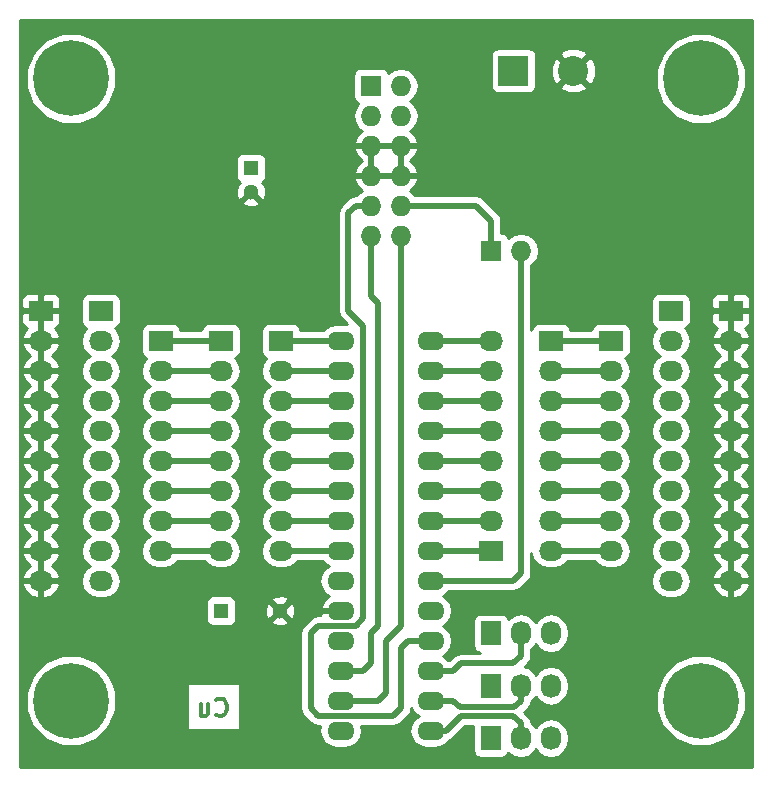
<source format=gbr>
G04 #@! TF.FileFunction,Copper,L2,Bot,Signal*
%FSLAX46Y46*%
G04 Gerber Fmt 4.6, Leading zero omitted, Abs format (unit mm)*
G04 Created by KiCad (PCBNEW 4.0.2-stable) date 14/03/2016 9:10:46 PM*
%MOMM*%
G01*
G04 APERTURE LIST*
%ADD10C,0.100000*%
%ADD11C,0.300000*%
%ADD12O,2.300000X1.600000*%
%ADD13R,1.300000X1.300000*%
%ADD14C,1.300000*%
%ADD15R,1.727200X1.727200*%
%ADD16O,1.727200X1.727200*%
%ADD17R,1.727200X2.032000*%
%ADD18O,1.727200X2.032000*%
%ADD19R,2.032000X1.727200*%
%ADD20O,2.032000X1.727200*%
%ADD21C,6.400000*%
%ADD22R,2.540000X2.540000*%
%ADD23C,2.540000*%
%ADD24C,0.508000*%
%ADD25C,0.254000*%
G04 APERTURE END LIST*
D10*
D11*
X146899285Y-145950714D02*
X146970714Y-146022143D01*
X147185000Y-146093571D01*
X147327857Y-146093571D01*
X147542142Y-146022143D01*
X147685000Y-145879286D01*
X147756428Y-145736429D01*
X147827857Y-145450714D01*
X147827857Y-145236429D01*
X147756428Y-144950714D01*
X147685000Y-144807857D01*
X147542142Y-144665000D01*
X147327857Y-144593571D01*
X147185000Y-144593571D01*
X146970714Y-144665000D01*
X146899285Y-144736429D01*
X145613571Y-145093571D02*
X145613571Y-146093571D01*
X146256428Y-145093571D02*
X146256428Y-145879286D01*
X146185000Y-146022143D01*
X146042142Y-146093571D01*
X145827857Y-146093571D01*
X145685000Y-146022143D01*
X145613571Y-145950714D01*
D12*
X157480000Y-114300000D03*
X157480000Y-116840000D03*
X157480000Y-119380000D03*
X157480000Y-121920000D03*
X157480000Y-124460000D03*
X157480000Y-127000000D03*
X157480000Y-129540000D03*
X157480000Y-132080000D03*
X157480000Y-134620000D03*
X157480000Y-137160000D03*
X157480000Y-139700000D03*
X157480000Y-142240000D03*
X157480000Y-144780000D03*
X157480000Y-147320000D03*
X165100000Y-147320000D03*
X165100000Y-144780000D03*
X165100000Y-142240000D03*
X165100000Y-139700000D03*
X165100000Y-137160000D03*
X165100000Y-134620000D03*
X165100000Y-132080000D03*
X165100000Y-129540000D03*
X165100000Y-127000000D03*
X165100000Y-124460000D03*
X165100000Y-121920000D03*
X165100000Y-119380000D03*
X165100000Y-116840000D03*
X165100000Y-114300000D03*
D13*
X149860000Y-99695000D03*
D14*
X149860000Y-101695000D03*
D13*
X147320000Y-137160000D03*
D14*
X152320000Y-137160000D03*
D15*
X170180000Y-106680000D03*
D16*
X172720000Y-106680000D03*
D17*
X170180000Y-147955000D03*
D18*
X172720000Y-147955000D03*
X175260000Y-147955000D03*
D17*
X170180000Y-143510000D03*
D18*
X172720000Y-143510000D03*
X175260000Y-143510000D03*
D17*
X170180000Y-139065000D03*
D18*
X172720000Y-139065000D03*
X175260000Y-139065000D03*
D19*
X170180000Y-132080000D03*
D20*
X170180000Y-129540000D03*
X170180000Y-127000000D03*
X170180000Y-124460000D03*
X170180000Y-121920000D03*
X170180000Y-119380000D03*
X170180000Y-116840000D03*
X170180000Y-114300000D03*
D19*
X152400000Y-114300000D03*
D20*
X152400000Y-116840000D03*
X152400000Y-119380000D03*
X152400000Y-121920000D03*
X152400000Y-124460000D03*
X152400000Y-127000000D03*
X152400000Y-129540000D03*
X152400000Y-132080000D03*
D19*
X180340000Y-114300000D03*
D20*
X180340000Y-116840000D03*
X180340000Y-119380000D03*
X180340000Y-121920000D03*
X180340000Y-124460000D03*
X180340000Y-127000000D03*
X180340000Y-129540000D03*
X180340000Y-132080000D03*
D19*
X147320000Y-114300000D03*
D20*
X147320000Y-116840000D03*
X147320000Y-119380000D03*
X147320000Y-121920000D03*
X147320000Y-124460000D03*
X147320000Y-127000000D03*
X147320000Y-129540000D03*
X147320000Y-132080000D03*
D19*
X175260000Y-114300000D03*
D20*
X175260000Y-116840000D03*
X175260000Y-119380000D03*
X175260000Y-121920000D03*
X175260000Y-124460000D03*
X175260000Y-127000000D03*
X175260000Y-129540000D03*
X175260000Y-132080000D03*
D19*
X142240000Y-114300000D03*
D20*
X142240000Y-116840000D03*
X142240000Y-119380000D03*
X142240000Y-121920000D03*
X142240000Y-124460000D03*
X142240000Y-127000000D03*
X142240000Y-129540000D03*
X142240000Y-132080000D03*
D19*
X137160000Y-111760000D03*
D20*
X137160000Y-114300000D03*
X137160000Y-116840000D03*
X137160000Y-119380000D03*
X137160000Y-121920000D03*
X137160000Y-124460000D03*
X137160000Y-127000000D03*
X137160000Y-129540000D03*
X137160000Y-132080000D03*
X137160000Y-134620000D03*
D19*
X185420000Y-111760000D03*
D20*
X185420000Y-114300000D03*
X185420000Y-116840000D03*
X185420000Y-119380000D03*
X185420000Y-121920000D03*
X185420000Y-124460000D03*
X185420000Y-127000000D03*
X185420000Y-129540000D03*
X185420000Y-132080000D03*
X185420000Y-134620000D03*
D19*
X132080000Y-111760000D03*
D20*
X132080000Y-114300000D03*
X132080000Y-116840000D03*
X132080000Y-119380000D03*
X132080000Y-121920000D03*
X132080000Y-124460000D03*
X132080000Y-127000000D03*
X132080000Y-129540000D03*
X132080000Y-132080000D03*
X132080000Y-134620000D03*
D19*
X190500000Y-111760000D03*
D20*
X190500000Y-114300000D03*
X190500000Y-116840000D03*
X190500000Y-119380000D03*
X190500000Y-121920000D03*
X190500000Y-124460000D03*
X190500000Y-127000000D03*
X190500000Y-129540000D03*
X190500000Y-132080000D03*
X190500000Y-134620000D03*
D21*
X134620000Y-92075000D03*
X187960000Y-92075000D03*
X134620000Y-144780000D03*
X187960000Y-144780000D03*
D22*
X172085000Y-91440000D03*
D23*
X177165000Y-91440000D03*
D15*
X160020000Y-92710000D03*
D16*
X162560000Y-92710000D03*
X160020000Y-95250000D03*
X162560000Y-95250000D03*
X160020000Y-97790000D03*
X162560000Y-97790000D03*
X160020000Y-100330000D03*
X162560000Y-100330000D03*
X160020000Y-102870000D03*
X162560000Y-102870000D03*
X160020000Y-105410000D03*
X162560000Y-105410000D03*
D24*
X160020000Y-102870000D02*
X158750000Y-102870000D01*
X163195000Y-139700000D02*
X165100000Y-139700000D01*
X162560000Y-140335000D02*
X163195000Y-139700000D01*
X162560000Y-145415000D02*
X162560000Y-140335000D01*
X161925000Y-146050000D02*
X162560000Y-145415000D01*
X155575000Y-146050000D02*
X161925000Y-146050000D01*
X154940000Y-145415000D02*
X155575000Y-146050000D01*
X154940000Y-139065000D02*
X154940000Y-145415000D01*
X155575000Y-138430000D02*
X154940000Y-139065000D01*
X158750000Y-138430000D02*
X155575000Y-138430000D01*
X159385000Y-137795000D02*
X158750000Y-138430000D01*
X159385000Y-113030000D02*
X159385000Y-137795000D01*
X158115000Y-111760000D02*
X159385000Y-113030000D01*
X158115000Y-103505000D02*
X158115000Y-111760000D01*
X158750000Y-102870000D02*
X158115000Y-103505000D01*
X162560000Y-102870000D02*
X168910000Y-102870000D01*
X170180000Y-104140000D02*
X170180000Y-106680000D01*
X168910000Y-102870000D02*
X170180000Y-104140000D01*
X160020000Y-105410000D02*
X160020000Y-110490000D01*
X159385000Y-142240000D02*
X157480000Y-142240000D01*
X160020000Y-141605000D02*
X159385000Y-142240000D01*
X160020000Y-139065000D02*
X160020000Y-141605000D01*
X160655000Y-138430000D02*
X160020000Y-139065000D01*
X160655000Y-111125000D02*
X160655000Y-138430000D01*
X160020000Y-110490000D02*
X160655000Y-111125000D01*
X162560000Y-105410000D02*
X162560000Y-138430000D01*
X160655000Y-144780000D02*
X157480000Y-144780000D01*
X161290000Y-144145000D02*
X160655000Y-144780000D01*
X161290000Y-139700000D02*
X161290000Y-144145000D01*
X162560000Y-138430000D02*
X161290000Y-139700000D01*
X172720000Y-106680000D02*
X172720000Y-133985000D01*
X172085000Y-134620000D02*
X165100000Y-134620000D01*
X172720000Y-133985000D02*
X172085000Y-134620000D01*
X165100000Y-147320000D02*
X166370000Y-147320000D01*
X172720000Y-146685000D02*
X172720000Y-147955000D01*
X172085000Y-146050000D02*
X172720000Y-146685000D01*
X167640000Y-146050000D02*
X172085000Y-146050000D01*
X166370000Y-147320000D02*
X167640000Y-146050000D01*
X165100000Y-144780000D02*
X167005000Y-144780000D01*
X172720000Y-144780000D02*
X172720000Y-143510000D01*
X172158002Y-145341998D02*
X172720000Y-144780000D01*
X167566998Y-145341998D02*
X172158002Y-145341998D01*
X167005000Y-144780000D02*
X167566998Y-145341998D01*
X165100000Y-142240000D02*
X167005000Y-142240000D01*
X172720000Y-140970000D02*
X172720000Y-139065000D01*
X172085000Y-141605000D02*
X172720000Y-140970000D01*
X167640000Y-141605000D02*
X172085000Y-141605000D01*
X167005000Y-142240000D02*
X167640000Y-141605000D01*
X165100000Y-132080000D02*
X170180000Y-132080000D01*
X165100000Y-129540000D02*
X170180000Y-129540000D01*
X165100000Y-127000000D02*
X170180000Y-127000000D01*
X165100000Y-124460000D02*
X170180000Y-124460000D01*
X165100000Y-121920000D02*
X170180000Y-121920000D01*
X165100000Y-119380000D02*
X170180000Y-119380000D01*
X165100000Y-116840000D02*
X170180000Y-116840000D01*
X165100000Y-114300000D02*
X170180000Y-114300000D01*
X152400000Y-114300000D02*
X157480000Y-114300000D01*
X152400000Y-116840000D02*
X157480000Y-116840000D01*
X152400000Y-119380000D02*
X157480000Y-119380000D01*
X152400000Y-121920000D02*
X157480000Y-121920000D01*
X152400000Y-124460000D02*
X157480000Y-124460000D01*
X152400000Y-127000000D02*
X157480000Y-127000000D01*
X152400000Y-129540000D02*
X157480000Y-129540000D01*
X152400000Y-132080000D02*
X157480000Y-132080000D01*
X175260000Y-114300000D02*
X180340000Y-114300000D01*
X175260000Y-116840000D02*
X180340000Y-116840000D01*
X175260000Y-119380000D02*
X180340000Y-119380000D01*
X175260000Y-121920000D02*
X180340000Y-121920000D01*
X175260000Y-124460000D02*
X180340000Y-124460000D01*
X175260000Y-127000000D02*
X180340000Y-127000000D01*
X175260000Y-129540000D02*
X180340000Y-129540000D01*
X175260000Y-132080000D02*
X180340000Y-132080000D01*
X142240000Y-114300000D02*
X147320000Y-114300000D01*
X142240000Y-116840000D02*
X147320000Y-116840000D01*
X142240000Y-119380000D02*
X147320000Y-119380000D01*
X142240000Y-121920000D02*
X147320000Y-121920000D01*
X142240000Y-124460000D02*
X147320000Y-124460000D01*
X142240000Y-127000000D02*
X147320000Y-127000000D01*
X142240000Y-129540000D02*
X147320000Y-129540000D01*
X142240000Y-132080000D02*
X147320000Y-132080000D01*
D25*
G36*
X192278000Y-150368000D02*
X130302000Y-150368000D01*
X130302000Y-145539482D01*
X130784336Y-145539482D01*
X131366950Y-146949515D01*
X132444811Y-148029259D01*
X133853825Y-148614333D01*
X135379482Y-148615664D01*
X136789515Y-148033050D01*
X137869259Y-146955189D01*
X138454333Y-145546175D01*
X138455664Y-144020518D01*
X138149689Y-143280000D01*
X144471429Y-143280000D01*
X144471429Y-147250000D01*
X148898572Y-147250000D01*
X148898572Y-143280000D01*
X144471429Y-143280000D01*
X138149689Y-143280000D01*
X137873050Y-142610485D01*
X136795189Y-141530741D01*
X135386175Y-140945667D01*
X133860518Y-140944336D01*
X132450485Y-141526950D01*
X131370741Y-142604811D01*
X130785667Y-144013825D01*
X130784336Y-145539482D01*
X130302000Y-145539482D01*
X130302000Y-136510000D01*
X146022560Y-136510000D01*
X146022560Y-137810000D01*
X146066838Y-138045317D01*
X146205910Y-138261441D01*
X146418110Y-138406431D01*
X146670000Y-138457440D01*
X147970000Y-138457440D01*
X148205317Y-138413162D01*
X148421441Y-138274090D01*
X148566431Y-138061890D01*
X148567012Y-138059016D01*
X151600590Y-138059016D01*
X151656271Y-138289611D01*
X152139078Y-138457622D01*
X152649428Y-138428083D01*
X152983729Y-138289611D01*
X153039410Y-138059016D01*
X152320000Y-137339605D01*
X151600590Y-138059016D01*
X148567012Y-138059016D01*
X148617440Y-137810000D01*
X148617440Y-136979078D01*
X151022378Y-136979078D01*
X151051917Y-137489428D01*
X151190389Y-137823729D01*
X151420984Y-137879410D01*
X152140395Y-137160000D01*
X152499605Y-137160000D01*
X153219016Y-137879410D01*
X153449611Y-137823729D01*
X153617622Y-137340922D01*
X153588083Y-136830572D01*
X153449611Y-136496271D01*
X153219016Y-136440590D01*
X152499605Y-137160000D01*
X152140395Y-137160000D01*
X151420984Y-136440590D01*
X151190389Y-136496271D01*
X151022378Y-136979078D01*
X148617440Y-136979078D01*
X148617440Y-136510000D01*
X148573162Y-136274683D01*
X148564347Y-136260984D01*
X151600590Y-136260984D01*
X152320000Y-136980395D01*
X153039410Y-136260984D01*
X152983729Y-136030389D01*
X152500922Y-135862378D01*
X151990572Y-135891917D01*
X151656271Y-136030389D01*
X151600590Y-136260984D01*
X148564347Y-136260984D01*
X148434090Y-136058559D01*
X148221890Y-135913569D01*
X147970000Y-135862560D01*
X146670000Y-135862560D01*
X146434683Y-135906838D01*
X146218559Y-136045910D01*
X146073569Y-136258110D01*
X146022560Y-136510000D01*
X130302000Y-136510000D01*
X130302000Y-134979026D01*
X130472642Y-134979026D01*
X130475291Y-134994791D01*
X130729268Y-135522036D01*
X131165680Y-135911954D01*
X131718087Y-136105184D01*
X131953000Y-135960924D01*
X131953000Y-134747000D01*
X132207000Y-134747000D01*
X132207000Y-135960924D01*
X132441913Y-136105184D01*
X132994320Y-135911954D01*
X133430732Y-135522036D01*
X133684709Y-134994791D01*
X133687358Y-134979026D01*
X133566217Y-134747000D01*
X132207000Y-134747000D01*
X131953000Y-134747000D01*
X130593783Y-134747000D01*
X130472642Y-134979026D01*
X130302000Y-134979026D01*
X130302000Y-132439026D01*
X130472642Y-132439026D01*
X130475291Y-132454791D01*
X130729268Y-132982036D01*
X131141108Y-133350000D01*
X130729268Y-133717964D01*
X130475291Y-134245209D01*
X130472642Y-134260974D01*
X130593783Y-134493000D01*
X131953000Y-134493000D01*
X131953000Y-132207000D01*
X132207000Y-132207000D01*
X132207000Y-134493000D01*
X133566217Y-134493000D01*
X133687358Y-134260974D01*
X133684709Y-134245209D01*
X133430732Y-133717964D01*
X133018892Y-133350000D01*
X133430732Y-132982036D01*
X133684709Y-132454791D01*
X133687358Y-132439026D01*
X133566217Y-132207000D01*
X132207000Y-132207000D01*
X131953000Y-132207000D01*
X130593783Y-132207000D01*
X130472642Y-132439026D01*
X130302000Y-132439026D01*
X130302000Y-129899026D01*
X130472642Y-129899026D01*
X130475291Y-129914791D01*
X130729268Y-130442036D01*
X131141108Y-130810000D01*
X130729268Y-131177964D01*
X130475291Y-131705209D01*
X130472642Y-131720974D01*
X130593783Y-131953000D01*
X131953000Y-131953000D01*
X131953000Y-129667000D01*
X132207000Y-129667000D01*
X132207000Y-131953000D01*
X133566217Y-131953000D01*
X133687358Y-131720974D01*
X133684709Y-131705209D01*
X133430732Y-131177964D01*
X133018892Y-130810000D01*
X133430732Y-130442036D01*
X133684709Y-129914791D01*
X133687358Y-129899026D01*
X133566217Y-129667000D01*
X132207000Y-129667000D01*
X131953000Y-129667000D01*
X130593783Y-129667000D01*
X130472642Y-129899026D01*
X130302000Y-129899026D01*
X130302000Y-127359026D01*
X130472642Y-127359026D01*
X130475291Y-127374791D01*
X130729268Y-127902036D01*
X131141108Y-128270000D01*
X130729268Y-128637964D01*
X130475291Y-129165209D01*
X130472642Y-129180974D01*
X130593783Y-129413000D01*
X131953000Y-129413000D01*
X131953000Y-127127000D01*
X132207000Y-127127000D01*
X132207000Y-129413000D01*
X133566217Y-129413000D01*
X133687358Y-129180974D01*
X133684709Y-129165209D01*
X133430732Y-128637964D01*
X133018892Y-128270000D01*
X133430732Y-127902036D01*
X133684709Y-127374791D01*
X133687358Y-127359026D01*
X133566217Y-127127000D01*
X132207000Y-127127000D01*
X131953000Y-127127000D01*
X130593783Y-127127000D01*
X130472642Y-127359026D01*
X130302000Y-127359026D01*
X130302000Y-124819026D01*
X130472642Y-124819026D01*
X130475291Y-124834791D01*
X130729268Y-125362036D01*
X131141108Y-125730000D01*
X130729268Y-126097964D01*
X130475291Y-126625209D01*
X130472642Y-126640974D01*
X130593783Y-126873000D01*
X131953000Y-126873000D01*
X131953000Y-124587000D01*
X132207000Y-124587000D01*
X132207000Y-126873000D01*
X133566217Y-126873000D01*
X133687358Y-126640974D01*
X133684709Y-126625209D01*
X133430732Y-126097964D01*
X133018892Y-125730000D01*
X133430732Y-125362036D01*
X133684709Y-124834791D01*
X133687358Y-124819026D01*
X133566217Y-124587000D01*
X132207000Y-124587000D01*
X131953000Y-124587000D01*
X130593783Y-124587000D01*
X130472642Y-124819026D01*
X130302000Y-124819026D01*
X130302000Y-122279026D01*
X130472642Y-122279026D01*
X130475291Y-122294791D01*
X130729268Y-122822036D01*
X131141108Y-123190000D01*
X130729268Y-123557964D01*
X130475291Y-124085209D01*
X130472642Y-124100974D01*
X130593783Y-124333000D01*
X131953000Y-124333000D01*
X131953000Y-122047000D01*
X132207000Y-122047000D01*
X132207000Y-124333000D01*
X133566217Y-124333000D01*
X133687358Y-124100974D01*
X133684709Y-124085209D01*
X133430732Y-123557964D01*
X133018892Y-123190000D01*
X133430732Y-122822036D01*
X133684709Y-122294791D01*
X133687358Y-122279026D01*
X133566217Y-122047000D01*
X132207000Y-122047000D01*
X131953000Y-122047000D01*
X130593783Y-122047000D01*
X130472642Y-122279026D01*
X130302000Y-122279026D01*
X130302000Y-119739026D01*
X130472642Y-119739026D01*
X130475291Y-119754791D01*
X130729268Y-120282036D01*
X131141108Y-120650000D01*
X130729268Y-121017964D01*
X130475291Y-121545209D01*
X130472642Y-121560974D01*
X130593783Y-121793000D01*
X131953000Y-121793000D01*
X131953000Y-119507000D01*
X132207000Y-119507000D01*
X132207000Y-121793000D01*
X133566217Y-121793000D01*
X133687358Y-121560974D01*
X133684709Y-121545209D01*
X133430732Y-121017964D01*
X133018892Y-120650000D01*
X133430732Y-120282036D01*
X133684709Y-119754791D01*
X133687358Y-119739026D01*
X133566217Y-119507000D01*
X132207000Y-119507000D01*
X131953000Y-119507000D01*
X130593783Y-119507000D01*
X130472642Y-119739026D01*
X130302000Y-119739026D01*
X130302000Y-117199026D01*
X130472642Y-117199026D01*
X130475291Y-117214791D01*
X130729268Y-117742036D01*
X131141108Y-118110000D01*
X130729268Y-118477964D01*
X130475291Y-119005209D01*
X130472642Y-119020974D01*
X130593783Y-119253000D01*
X131953000Y-119253000D01*
X131953000Y-116967000D01*
X132207000Y-116967000D01*
X132207000Y-119253000D01*
X133566217Y-119253000D01*
X133687358Y-119020974D01*
X133684709Y-119005209D01*
X133430732Y-118477964D01*
X133018892Y-118110000D01*
X133430732Y-117742036D01*
X133684709Y-117214791D01*
X133687358Y-117199026D01*
X133566217Y-116967000D01*
X132207000Y-116967000D01*
X131953000Y-116967000D01*
X130593783Y-116967000D01*
X130472642Y-117199026D01*
X130302000Y-117199026D01*
X130302000Y-114659026D01*
X130472642Y-114659026D01*
X130475291Y-114674791D01*
X130729268Y-115202036D01*
X131141108Y-115570000D01*
X130729268Y-115937964D01*
X130475291Y-116465209D01*
X130472642Y-116480974D01*
X130593783Y-116713000D01*
X131953000Y-116713000D01*
X131953000Y-114427000D01*
X132207000Y-114427000D01*
X132207000Y-116713000D01*
X133566217Y-116713000D01*
X133687358Y-116480974D01*
X133684709Y-116465209D01*
X133430732Y-115937964D01*
X133018892Y-115570000D01*
X133430732Y-115202036D01*
X133684709Y-114674791D01*
X133687358Y-114659026D01*
X133566217Y-114427000D01*
X132207000Y-114427000D01*
X131953000Y-114427000D01*
X130593783Y-114427000D01*
X130472642Y-114659026D01*
X130302000Y-114659026D01*
X130302000Y-114300000D01*
X135476655Y-114300000D01*
X135590729Y-114873489D01*
X135915585Y-115359670D01*
X136230366Y-115570000D01*
X135915585Y-115780330D01*
X135590729Y-116266511D01*
X135476655Y-116840000D01*
X135590729Y-117413489D01*
X135915585Y-117899670D01*
X136230366Y-118110000D01*
X135915585Y-118320330D01*
X135590729Y-118806511D01*
X135476655Y-119380000D01*
X135590729Y-119953489D01*
X135915585Y-120439670D01*
X136230366Y-120650000D01*
X135915585Y-120860330D01*
X135590729Y-121346511D01*
X135476655Y-121920000D01*
X135590729Y-122493489D01*
X135915585Y-122979670D01*
X136230366Y-123190000D01*
X135915585Y-123400330D01*
X135590729Y-123886511D01*
X135476655Y-124460000D01*
X135590729Y-125033489D01*
X135915585Y-125519670D01*
X136230366Y-125730000D01*
X135915585Y-125940330D01*
X135590729Y-126426511D01*
X135476655Y-127000000D01*
X135590729Y-127573489D01*
X135915585Y-128059670D01*
X136230366Y-128270000D01*
X135915585Y-128480330D01*
X135590729Y-128966511D01*
X135476655Y-129540000D01*
X135590729Y-130113489D01*
X135915585Y-130599670D01*
X136230366Y-130810000D01*
X135915585Y-131020330D01*
X135590729Y-131506511D01*
X135476655Y-132080000D01*
X135590729Y-132653489D01*
X135915585Y-133139670D01*
X136230366Y-133350000D01*
X135915585Y-133560330D01*
X135590729Y-134046511D01*
X135476655Y-134620000D01*
X135590729Y-135193489D01*
X135915585Y-135679670D01*
X136401766Y-136004526D01*
X136975255Y-136118600D01*
X137344745Y-136118600D01*
X137918234Y-136004526D01*
X138404415Y-135679670D01*
X138729271Y-135193489D01*
X138843345Y-134620000D01*
X138729271Y-134046511D01*
X138404415Y-133560330D01*
X138089634Y-133350000D01*
X138404415Y-133139670D01*
X138729271Y-132653489D01*
X138843345Y-132080000D01*
X138729271Y-131506511D01*
X138404415Y-131020330D01*
X138089634Y-130810000D01*
X138404415Y-130599670D01*
X138729271Y-130113489D01*
X138843345Y-129540000D01*
X138729271Y-128966511D01*
X138404415Y-128480330D01*
X138089634Y-128270000D01*
X138404415Y-128059670D01*
X138729271Y-127573489D01*
X138843345Y-127000000D01*
X138729271Y-126426511D01*
X138404415Y-125940330D01*
X138089634Y-125730000D01*
X138404415Y-125519670D01*
X138729271Y-125033489D01*
X138843345Y-124460000D01*
X138729271Y-123886511D01*
X138404415Y-123400330D01*
X138089634Y-123190000D01*
X138404415Y-122979670D01*
X138729271Y-122493489D01*
X138843345Y-121920000D01*
X138729271Y-121346511D01*
X138404415Y-120860330D01*
X138089634Y-120650000D01*
X138404415Y-120439670D01*
X138729271Y-119953489D01*
X138843345Y-119380000D01*
X138729271Y-118806511D01*
X138404415Y-118320330D01*
X138089634Y-118110000D01*
X138404415Y-117899670D01*
X138729271Y-117413489D01*
X138843345Y-116840000D01*
X140556655Y-116840000D01*
X140670729Y-117413489D01*
X140995585Y-117899670D01*
X141310366Y-118110000D01*
X140995585Y-118320330D01*
X140670729Y-118806511D01*
X140556655Y-119380000D01*
X140670729Y-119953489D01*
X140995585Y-120439670D01*
X141310366Y-120650000D01*
X140995585Y-120860330D01*
X140670729Y-121346511D01*
X140556655Y-121920000D01*
X140670729Y-122493489D01*
X140995585Y-122979670D01*
X141310366Y-123190000D01*
X140995585Y-123400330D01*
X140670729Y-123886511D01*
X140556655Y-124460000D01*
X140670729Y-125033489D01*
X140995585Y-125519670D01*
X141310366Y-125730000D01*
X140995585Y-125940330D01*
X140670729Y-126426511D01*
X140556655Y-127000000D01*
X140670729Y-127573489D01*
X140995585Y-128059670D01*
X141310366Y-128270000D01*
X140995585Y-128480330D01*
X140670729Y-128966511D01*
X140556655Y-129540000D01*
X140670729Y-130113489D01*
X140995585Y-130599670D01*
X141310366Y-130810000D01*
X140995585Y-131020330D01*
X140670729Y-131506511D01*
X140556655Y-132080000D01*
X140670729Y-132653489D01*
X140995585Y-133139670D01*
X141481766Y-133464526D01*
X142055255Y-133578600D01*
X142424745Y-133578600D01*
X142998234Y-133464526D01*
X143484415Y-133139670D01*
X143598453Y-132969000D01*
X145961547Y-132969000D01*
X146075585Y-133139670D01*
X146561766Y-133464526D01*
X147135255Y-133578600D01*
X147504745Y-133578600D01*
X148078234Y-133464526D01*
X148564415Y-133139670D01*
X148889271Y-132653489D01*
X149003345Y-132080000D01*
X148889271Y-131506511D01*
X148564415Y-131020330D01*
X148249634Y-130810000D01*
X148564415Y-130599670D01*
X148889271Y-130113489D01*
X149003345Y-129540000D01*
X148889271Y-128966511D01*
X148564415Y-128480330D01*
X148249634Y-128270000D01*
X148564415Y-128059670D01*
X148889271Y-127573489D01*
X149003345Y-127000000D01*
X148889271Y-126426511D01*
X148564415Y-125940330D01*
X148249634Y-125730000D01*
X148564415Y-125519670D01*
X148889271Y-125033489D01*
X149003345Y-124460000D01*
X148889271Y-123886511D01*
X148564415Y-123400330D01*
X148249634Y-123190000D01*
X148564415Y-122979670D01*
X148889271Y-122493489D01*
X149003345Y-121920000D01*
X148889271Y-121346511D01*
X148564415Y-120860330D01*
X148249634Y-120650000D01*
X148564415Y-120439670D01*
X148889271Y-119953489D01*
X149003345Y-119380000D01*
X148889271Y-118806511D01*
X148564415Y-118320330D01*
X148249634Y-118110000D01*
X148564415Y-117899670D01*
X148889271Y-117413489D01*
X149003345Y-116840000D01*
X150716655Y-116840000D01*
X150830729Y-117413489D01*
X151155585Y-117899670D01*
X151470366Y-118110000D01*
X151155585Y-118320330D01*
X150830729Y-118806511D01*
X150716655Y-119380000D01*
X150830729Y-119953489D01*
X151155585Y-120439670D01*
X151470366Y-120650000D01*
X151155585Y-120860330D01*
X150830729Y-121346511D01*
X150716655Y-121920000D01*
X150830729Y-122493489D01*
X151155585Y-122979670D01*
X151470366Y-123190000D01*
X151155585Y-123400330D01*
X150830729Y-123886511D01*
X150716655Y-124460000D01*
X150830729Y-125033489D01*
X151155585Y-125519670D01*
X151470366Y-125730000D01*
X151155585Y-125940330D01*
X150830729Y-126426511D01*
X150716655Y-127000000D01*
X150830729Y-127573489D01*
X151155585Y-128059670D01*
X151470366Y-128270000D01*
X151155585Y-128480330D01*
X150830729Y-128966511D01*
X150716655Y-129540000D01*
X150830729Y-130113489D01*
X151155585Y-130599670D01*
X151470366Y-130810000D01*
X151155585Y-131020330D01*
X150830729Y-131506511D01*
X150716655Y-132080000D01*
X150830729Y-132653489D01*
X151155585Y-133139670D01*
X151641766Y-133464526D01*
X152215255Y-133578600D01*
X152584745Y-133578600D01*
X153158234Y-133464526D01*
X153644415Y-133139670D01*
X153758453Y-132969000D01*
X155996343Y-132969000D01*
X156080332Y-133094698D01*
X156462418Y-133350000D01*
X156080332Y-133605302D01*
X155769263Y-134070849D01*
X155660030Y-134620000D01*
X155769263Y-135169151D01*
X156080332Y-135634698D01*
X156458151Y-135887149D01*
X156025500Y-136235104D01*
X155755633Y-136728181D01*
X155738096Y-136810961D01*
X155860085Y-137033000D01*
X157353000Y-137033000D01*
X157353000Y-137013000D01*
X157607000Y-137013000D01*
X157607000Y-137033000D01*
X157627000Y-137033000D01*
X157627000Y-137287000D01*
X157607000Y-137287000D01*
X157607000Y-137307000D01*
X157353000Y-137307000D01*
X157353000Y-137287000D01*
X155860085Y-137287000D01*
X155738096Y-137509039D01*
X155744867Y-137541000D01*
X155575000Y-137541000D01*
X155234795Y-137608670D01*
X154946382Y-137801382D01*
X154311382Y-138436382D01*
X154118671Y-138724794D01*
X154051000Y-139065000D01*
X154051000Y-145415000D01*
X154118671Y-145755206D01*
X154205397Y-145885000D01*
X154311382Y-146043618D01*
X154946382Y-146678618D01*
X155234795Y-146871330D01*
X155575000Y-146939000D01*
X155735816Y-146939000D01*
X155660030Y-147320000D01*
X155769263Y-147869151D01*
X156080332Y-148334698D01*
X156545879Y-148645767D01*
X157095030Y-148755000D01*
X157864970Y-148755000D01*
X158414121Y-148645767D01*
X158879668Y-148334698D01*
X159190737Y-147869151D01*
X159299970Y-147320000D01*
X159224184Y-146939000D01*
X161925000Y-146939000D01*
X162265206Y-146871329D01*
X162553618Y-146678618D01*
X163188618Y-146043618D01*
X163381330Y-145755205D01*
X163448455Y-145417738D01*
X163700332Y-145794698D01*
X164082418Y-146050000D01*
X163700332Y-146305302D01*
X163389263Y-146770849D01*
X163280030Y-147320000D01*
X163389263Y-147869151D01*
X163700332Y-148334698D01*
X164165879Y-148645767D01*
X164715030Y-148755000D01*
X165484970Y-148755000D01*
X166034121Y-148645767D01*
X166499668Y-148334698D01*
X166616406Y-148159987D01*
X166710206Y-148141329D01*
X166998618Y-147948618D01*
X168008236Y-146939000D01*
X168668960Y-146939000D01*
X168668960Y-148971000D01*
X168713238Y-149206317D01*
X168852310Y-149422441D01*
X169064510Y-149567431D01*
X169316400Y-149618440D01*
X171043600Y-149618440D01*
X171278917Y-149574162D01*
X171495041Y-149435090D01*
X171640031Y-149222890D01*
X171648400Y-149181561D01*
X171660330Y-149199415D01*
X172146511Y-149524271D01*
X172720000Y-149638345D01*
X173293489Y-149524271D01*
X173779670Y-149199415D01*
X173990000Y-148884634D01*
X174200330Y-149199415D01*
X174686511Y-149524271D01*
X175260000Y-149638345D01*
X175833489Y-149524271D01*
X176319670Y-149199415D01*
X176644526Y-148713234D01*
X176758600Y-148139745D01*
X176758600Y-147770255D01*
X176644526Y-147196766D01*
X176319670Y-146710585D01*
X175833489Y-146385729D01*
X175260000Y-146271655D01*
X174686511Y-146385729D01*
X174200330Y-146710585D01*
X173990000Y-147025366D01*
X173779670Y-146710585D01*
X173588709Y-146582989D01*
X173567211Y-146474910D01*
X173541330Y-146344795D01*
X173348618Y-146056382D01*
X173024736Y-145732500D01*
X173217754Y-145539482D01*
X184124336Y-145539482D01*
X184706950Y-146949515D01*
X185784811Y-148029259D01*
X187193825Y-148614333D01*
X188719482Y-148615664D01*
X190129515Y-148033050D01*
X191209259Y-146955189D01*
X191794333Y-145546175D01*
X191795664Y-144020518D01*
X191213050Y-142610485D01*
X190135189Y-141530741D01*
X188726175Y-140945667D01*
X187200518Y-140944336D01*
X185790485Y-141526950D01*
X184710741Y-142604811D01*
X184125667Y-144013825D01*
X184124336Y-145539482D01*
X173217754Y-145539482D01*
X173348618Y-145408618D01*
X173401716Y-145329151D01*
X173541329Y-145120206D01*
X173588709Y-144882011D01*
X173779670Y-144754415D01*
X173990000Y-144439634D01*
X174200330Y-144754415D01*
X174686511Y-145079271D01*
X175260000Y-145193345D01*
X175833489Y-145079271D01*
X176319670Y-144754415D01*
X176644526Y-144268234D01*
X176758600Y-143694745D01*
X176758600Y-143325255D01*
X176644526Y-142751766D01*
X176319670Y-142265585D01*
X175833489Y-141940729D01*
X175260000Y-141826655D01*
X174686511Y-141940729D01*
X174200330Y-142265585D01*
X173990000Y-142580366D01*
X173779670Y-142265585D01*
X173293489Y-141940729D01*
X173054120Y-141893116D01*
X173348618Y-141598618D01*
X173541330Y-141310205D01*
X173609000Y-140970000D01*
X173609000Y-140423453D01*
X173779670Y-140309415D01*
X173990000Y-139994634D01*
X174200330Y-140309415D01*
X174686511Y-140634271D01*
X175260000Y-140748345D01*
X175833489Y-140634271D01*
X176319670Y-140309415D01*
X176644526Y-139823234D01*
X176758600Y-139249745D01*
X176758600Y-138880255D01*
X176644526Y-138306766D01*
X176319670Y-137820585D01*
X175833489Y-137495729D01*
X175260000Y-137381655D01*
X174686511Y-137495729D01*
X174200330Y-137820585D01*
X173990000Y-138135366D01*
X173779670Y-137820585D01*
X173293489Y-137495729D01*
X172720000Y-137381655D01*
X172146511Y-137495729D01*
X171660330Y-137820585D01*
X171650757Y-137834913D01*
X171646762Y-137813683D01*
X171507690Y-137597559D01*
X171295490Y-137452569D01*
X171043600Y-137401560D01*
X169316400Y-137401560D01*
X169081083Y-137445838D01*
X168864959Y-137584910D01*
X168719969Y-137797110D01*
X168668960Y-138049000D01*
X168668960Y-140081000D01*
X168713238Y-140316317D01*
X168852310Y-140532441D01*
X169064510Y-140677431D01*
X169254969Y-140716000D01*
X167640000Y-140716000D01*
X167299795Y-140783670D01*
X167011382Y-140976382D01*
X166636764Y-141351000D01*
X166583657Y-141351000D01*
X166499668Y-141225302D01*
X166117582Y-140970000D01*
X166499668Y-140714698D01*
X166810737Y-140249151D01*
X166919970Y-139700000D01*
X166810737Y-139150849D01*
X166499668Y-138685302D01*
X166117582Y-138430000D01*
X166499668Y-138174698D01*
X166810737Y-137709151D01*
X166919970Y-137160000D01*
X166810737Y-136610849D01*
X166499668Y-136145302D01*
X166117582Y-135890000D01*
X166499668Y-135634698D01*
X166583657Y-135509000D01*
X172085000Y-135509000D01*
X172425206Y-135441329D01*
X172713618Y-135248618D01*
X173348618Y-134613618D01*
X173541330Y-134325205D01*
X173609000Y-133985000D01*
X173609000Y-132242609D01*
X173690729Y-132653489D01*
X174015585Y-133139670D01*
X174501766Y-133464526D01*
X175075255Y-133578600D01*
X175444745Y-133578600D01*
X176018234Y-133464526D01*
X176504415Y-133139670D01*
X176618453Y-132969000D01*
X178981547Y-132969000D01*
X179095585Y-133139670D01*
X179581766Y-133464526D01*
X180155255Y-133578600D01*
X180524745Y-133578600D01*
X181098234Y-133464526D01*
X181584415Y-133139670D01*
X181909271Y-132653489D01*
X182023345Y-132080000D01*
X181909271Y-131506511D01*
X181584415Y-131020330D01*
X181269634Y-130810000D01*
X181584415Y-130599670D01*
X181909271Y-130113489D01*
X182023345Y-129540000D01*
X181909271Y-128966511D01*
X181584415Y-128480330D01*
X181269634Y-128270000D01*
X181584415Y-128059670D01*
X181909271Y-127573489D01*
X182023345Y-127000000D01*
X181909271Y-126426511D01*
X181584415Y-125940330D01*
X181269634Y-125730000D01*
X181584415Y-125519670D01*
X181909271Y-125033489D01*
X182023345Y-124460000D01*
X181909271Y-123886511D01*
X181584415Y-123400330D01*
X181269634Y-123190000D01*
X181584415Y-122979670D01*
X181909271Y-122493489D01*
X182023345Y-121920000D01*
X181909271Y-121346511D01*
X181584415Y-120860330D01*
X181269634Y-120650000D01*
X181584415Y-120439670D01*
X181909271Y-119953489D01*
X182023345Y-119380000D01*
X181909271Y-118806511D01*
X181584415Y-118320330D01*
X181269634Y-118110000D01*
X181584415Y-117899670D01*
X181909271Y-117413489D01*
X182023345Y-116840000D01*
X181909271Y-116266511D01*
X181584415Y-115780330D01*
X181570087Y-115770757D01*
X181591317Y-115766762D01*
X181807441Y-115627690D01*
X181952431Y-115415490D01*
X182003440Y-115163600D01*
X182003440Y-114300000D01*
X183736655Y-114300000D01*
X183850729Y-114873489D01*
X184175585Y-115359670D01*
X184490366Y-115570000D01*
X184175585Y-115780330D01*
X183850729Y-116266511D01*
X183736655Y-116840000D01*
X183850729Y-117413489D01*
X184175585Y-117899670D01*
X184490366Y-118110000D01*
X184175585Y-118320330D01*
X183850729Y-118806511D01*
X183736655Y-119380000D01*
X183850729Y-119953489D01*
X184175585Y-120439670D01*
X184490366Y-120650000D01*
X184175585Y-120860330D01*
X183850729Y-121346511D01*
X183736655Y-121920000D01*
X183850729Y-122493489D01*
X184175585Y-122979670D01*
X184490366Y-123190000D01*
X184175585Y-123400330D01*
X183850729Y-123886511D01*
X183736655Y-124460000D01*
X183850729Y-125033489D01*
X184175585Y-125519670D01*
X184490366Y-125730000D01*
X184175585Y-125940330D01*
X183850729Y-126426511D01*
X183736655Y-127000000D01*
X183850729Y-127573489D01*
X184175585Y-128059670D01*
X184490366Y-128270000D01*
X184175585Y-128480330D01*
X183850729Y-128966511D01*
X183736655Y-129540000D01*
X183850729Y-130113489D01*
X184175585Y-130599670D01*
X184490366Y-130810000D01*
X184175585Y-131020330D01*
X183850729Y-131506511D01*
X183736655Y-132080000D01*
X183850729Y-132653489D01*
X184175585Y-133139670D01*
X184490366Y-133350000D01*
X184175585Y-133560330D01*
X183850729Y-134046511D01*
X183736655Y-134620000D01*
X183850729Y-135193489D01*
X184175585Y-135679670D01*
X184661766Y-136004526D01*
X185235255Y-136118600D01*
X185604745Y-136118600D01*
X186178234Y-136004526D01*
X186664415Y-135679670D01*
X186989271Y-135193489D01*
X187031930Y-134979026D01*
X188892642Y-134979026D01*
X188895291Y-134994791D01*
X189149268Y-135522036D01*
X189585680Y-135911954D01*
X190138087Y-136105184D01*
X190373000Y-135960924D01*
X190373000Y-134747000D01*
X190627000Y-134747000D01*
X190627000Y-135960924D01*
X190861913Y-136105184D01*
X191414320Y-135911954D01*
X191850732Y-135522036D01*
X192104709Y-134994791D01*
X192107358Y-134979026D01*
X191986217Y-134747000D01*
X190627000Y-134747000D01*
X190373000Y-134747000D01*
X189013783Y-134747000D01*
X188892642Y-134979026D01*
X187031930Y-134979026D01*
X187103345Y-134620000D01*
X186989271Y-134046511D01*
X186664415Y-133560330D01*
X186349634Y-133350000D01*
X186664415Y-133139670D01*
X186989271Y-132653489D01*
X187031930Y-132439026D01*
X188892642Y-132439026D01*
X188895291Y-132454791D01*
X189149268Y-132982036D01*
X189561108Y-133350000D01*
X189149268Y-133717964D01*
X188895291Y-134245209D01*
X188892642Y-134260974D01*
X189013783Y-134493000D01*
X190373000Y-134493000D01*
X190373000Y-132207000D01*
X190627000Y-132207000D01*
X190627000Y-134493000D01*
X191986217Y-134493000D01*
X192107358Y-134260974D01*
X192104709Y-134245209D01*
X191850732Y-133717964D01*
X191438892Y-133350000D01*
X191850732Y-132982036D01*
X192104709Y-132454791D01*
X192107358Y-132439026D01*
X191986217Y-132207000D01*
X190627000Y-132207000D01*
X190373000Y-132207000D01*
X189013783Y-132207000D01*
X188892642Y-132439026D01*
X187031930Y-132439026D01*
X187103345Y-132080000D01*
X186989271Y-131506511D01*
X186664415Y-131020330D01*
X186349634Y-130810000D01*
X186664415Y-130599670D01*
X186989271Y-130113489D01*
X187031930Y-129899026D01*
X188892642Y-129899026D01*
X188895291Y-129914791D01*
X189149268Y-130442036D01*
X189561108Y-130810000D01*
X189149268Y-131177964D01*
X188895291Y-131705209D01*
X188892642Y-131720974D01*
X189013783Y-131953000D01*
X190373000Y-131953000D01*
X190373000Y-129667000D01*
X190627000Y-129667000D01*
X190627000Y-131953000D01*
X191986217Y-131953000D01*
X192107358Y-131720974D01*
X192104709Y-131705209D01*
X191850732Y-131177964D01*
X191438892Y-130810000D01*
X191850732Y-130442036D01*
X192104709Y-129914791D01*
X192107358Y-129899026D01*
X191986217Y-129667000D01*
X190627000Y-129667000D01*
X190373000Y-129667000D01*
X189013783Y-129667000D01*
X188892642Y-129899026D01*
X187031930Y-129899026D01*
X187103345Y-129540000D01*
X186989271Y-128966511D01*
X186664415Y-128480330D01*
X186349634Y-128270000D01*
X186664415Y-128059670D01*
X186989271Y-127573489D01*
X187031930Y-127359026D01*
X188892642Y-127359026D01*
X188895291Y-127374791D01*
X189149268Y-127902036D01*
X189561108Y-128270000D01*
X189149268Y-128637964D01*
X188895291Y-129165209D01*
X188892642Y-129180974D01*
X189013783Y-129413000D01*
X190373000Y-129413000D01*
X190373000Y-127127000D01*
X190627000Y-127127000D01*
X190627000Y-129413000D01*
X191986217Y-129413000D01*
X192107358Y-129180974D01*
X192104709Y-129165209D01*
X191850732Y-128637964D01*
X191438892Y-128270000D01*
X191850732Y-127902036D01*
X192104709Y-127374791D01*
X192107358Y-127359026D01*
X191986217Y-127127000D01*
X190627000Y-127127000D01*
X190373000Y-127127000D01*
X189013783Y-127127000D01*
X188892642Y-127359026D01*
X187031930Y-127359026D01*
X187103345Y-127000000D01*
X186989271Y-126426511D01*
X186664415Y-125940330D01*
X186349634Y-125730000D01*
X186664415Y-125519670D01*
X186989271Y-125033489D01*
X187031930Y-124819026D01*
X188892642Y-124819026D01*
X188895291Y-124834791D01*
X189149268Y-125362036D01*
X189561108Y-125730000D01*
X189149268Y-126097964D01*
X188895291Y-126625209D01*
X188892642Y-126640974D01*
X189013783Y-126873000D01*
X190373000Y-126873000D01*
X190373000Y-124587000D01*
X190627000Y-124587000D01*
X190627000Y-126873000D01*
X191986217Y-126873000D01*
X192107358Y-126640974D01*
X192104709Y-126625209D01*
X191850732Y-126097964D01*
X191438892Y-125730000D01*
X191850732Y-125362036D01*
X192104709Y-124834791D01*
X192107358Y-124819026D01*
X191986217Y-124587000D01*
X190627000Y-124587000D01*
X190373000Y-124587000D01*
X189013783Y-124587000D01*
X188892642Y-124819026D01*
X187031930Y-124819026D01*
X187103345Y-124460000D01*
X186989271Y-123886511D01*
X186664415Y-123400330D01*
X186349634Y-123190000D01*
X186664415Y-122979670D01*
X186989271Y-122493489D01*
X187031930Y-122279026D01*
X188892642Y-122279026D01*
X188895291Y-122294791D01*
X189149268Y-122822036D01*
X189561108Y-123190000D01*
X189149268Y-123557964D01*
X188895291Y-124085209D01*
X188892642Y-124100974D01*
X189013783Y-124333000D01*
X190373000Y-124333000D01*
X190373000Y-122047000D01*
X190627000Y-122047000D01*
X190627000Y-124333000D01*
X191986217Y-124333000D01*
X192107358Y-124100974D01*
X192104709Y-124085209D01*
X191850732Y-123557964D01*
X191438892Y-123190000D01*
X191850732Y-122822036D01*
X192104709Y-122294791D01*
X192107358Y-122279026D01*
X191986217Y-122047000D01*
X190627000Y-122047000D01*
X190373000Y-122047000D01*
X189013783Y-122047000D01*
X188892642Y-122279026D01*
X187031930Y-122279026D01*
X187103345Y-121920000D01*
X186989271Y-121346511D01*
X186664415Y-120860330D01*
X186349634Y-120650000D01*
X186664415Y-120439670D01*
X186989271Y-119953489D01*
X187031930Y-119739026D01*
X188892642Y-119739026D01*
X188895291Y-119754791D01*
X189149268Y-120282036D01*
X189561108Y-120650000D01*
X189149268Y-121017964D01*
X188895291Y-121545209D01*
X188892642Y-121560974D01*
X189013783Y-121793000D01*
X190373000Y-121793000D01*
X190373000Y-119507000D01*
X190627000Y-119507000D01*
X190627000Y-121793000D01*
X191986217Y-121793000D01*
X192107358Y-121560974D01*
X192104709Y-121545209D01*
X191850732Y-121017964D01*
X191438892Y-120650000D01*
X191850732Y-120282036D01*
X192104709Y-119754791D01*
X192107358Y-119739026D01*
X191986217Y-119507000D01*
X190627000Y-119507000D01*
X190373000Y-119507000D01*
X189013783Y-119507000D01*
X188892642Y-119739026D01*
X187031930Y-119739026D01*
X187103345Y-119380000D01*
X186989271Y-118806511D01*
X186664415Y-118320330D01*
X186349634Y-118110000D01*
X186664415Y-117899670D01*
X186989271Y-117413489D01*
X187031930Y-117199026D01*
X188892642Y-117199026D01*
X188895291Y-117214791D01*
X189149268Y-117742036D01*
X189561108Y-118110000D01*
X189149268Y-118477964D01*
X188895291Y-119005209D01*
X188892642Y-119020974D01*
X189013783Y-119253000D01*
X190373000Y-119253000D01*
X190373000Y-116967000D01*
X190627000Y-116967000D01*
X190627000Y-119253000D01*
X191986217Y-119253000D01*
X192107358Y-119020974D01*
X192104709Y-119005209D01*
X191850732Y-118477964D01*
X191438892Y-118110000D01*
X191850732Y-117742036D01*
X192104709Y-117214791D01*
X192107358Y-117199026D01*
X191986217Y-116967000D01*
X190627000Y-116967000D01*
X190373000Y-116967000D01*
X189013783Y-116967000D01*
X188892642Y-117199026D01*
X187031930Y-117199026D01*
X187103345Y-116840000D01*
X186989271Y-116266511D01*
X186664415Y-115780330D01*
X186349634Y-115570000D01*
X186664415Y-115359670D01*
X186989271Y-114873489D01*
X187031930Y-114659026D01*
X188892642Y-114659026D01*
X188895291Y-114674791D01*
X189149268Y-115202036D01*
X189561108Y-115570000D01*
X189149268Y-115937964D01*
X188895291Y-116465209D01*
X188892642Y-116480974D01*
X189013783Y-116713000D01*
X190373000Y-116713000D01*
X190373000Y-114427000D01*
X190627000Y-114427000D01*
X190627000Y-116713000D01*
X191986217Y-116713000D01*
X192107358Y-116480974D01*
X192104709Y-116465209D01*
X191850732Y-115937964D01*
X191438892Y-115570000D01*
X191850732Y-115202036D01*
X192104709Y-114674791D01*
X192107358Y-114659026D01*
X191986217Y-114427000D01*
X190627000Y-114427000D01*
X190373000Y-114427000D01*
X189013783Y-114427000D01*
X188892642Y-114659026D01*
X187031930Y-114659026D01*
X187103345Y-114300000D01*
X186989271Y-113726511D01*
X186664415Y-113240330D01*
X186650087Y-113230757D01*
X186671317Y-113226762D01*
X186887441Y-113087690D01*
X187032431Y-112875490D01*
X187083440Y-112623600D01*
X187083440Y-112045750D01*
X188849000Y-112045750D01*
X188849000Y-112749910D01*
X188945673Y-112983299D01*
X189124302Y-113161927D01*
X189321861Y-113243759D01*
X189149268Y-113397964D01*
X188895291Y-113925209D01*
X188892642Y-113940974D01*
X189013783Y-114173000D01*
X190373000Y-114173000D01*
X190373000Y-111887000D01*
X190627000Y-111887000D01*
X190627000Y-114173000D01*
X191986217Y-114173000D01*
X192107358Y-113940974D01*
X192104709Y-113925209D01*
X191850732Y-113397964D01*
X191678139Y-113243759D01*
X191875698Y-113161927D01*
X192054327Y-112983299D01*
X192151000Y-112749910D01*
X192151000Y-112045750D01*
X191992250Y-111887000D01*
X190627000Y-111887000D01*
X190373000Y-111887000D01*
X189007750Y-111887000D01*
X188849000Y-112045750D01*
X187083440Y-112045750D01*
X187083440Y-110896400D01*
X187059674Y-110770090D01*
X188849000Y-110770090D01*
X188849000Y-111474250D01*
X189007750Y-111633000D01*
X190373000Y-111633000D01*
X190373000Y-110420150D01*
X190627000Y-110420150D01*
X190627000Y-111633000D01*
X191992250Y-111633000D01*
X192151000Y-111474250D01*
X192151000Y-110770090D01*
X192054327Y-110536701D01*
X191875698Y-110358073D01*
X191642309Y-110261400D01*
X190785750Y-110261400D01*
X190627000Y-110420150D01*
X190373000Y-110420150D01*
X190214250Y-110261400D01*
X189357691Y-110261400D01*
X189124302Y-110358073D01*
X188945673Y-110536701D01*
X188849000Y-110770090D01*
X187059674Y-110770090D01*
X187039162Y-110661083D01*
X186900090Y-110444959D01*
X186687890Y-110299969D01*
X186436000Y-110248960D01*
X184404000Y-110248960D01*
X184168683Y-110293238D01*
X183952559Y-110432310D01*
X183807569Y-110644510D01*
X183756560Y-110896400D01*
X183756560Y-112623600D01*
X183800838Y-112858917D01*
X183939910Y-113075041D01*
X184152110Y-113220031D01*
X184193439Y-113228400D01*
X184175585Y-113240330D01*
X183850729Y-113726511D01*
X183736655Y-114300000D01*
X182003440Y-114300000D01*
X182003440Y-113436400D01*
X181959162Y-113201083D01*
X181820090Y-112984959D01*
X181607890Y-112839969D01*
X181356000Y-112788960D01*
X179324000Y-112788960D01*
X179088683Y-112833238D01*
X178872559Y-112972310D01*
X178727569Y-113184510D01*
X178681704Y-113411000D01*
X176918661Y-113411000D01*
X176879162Y-113201083D01*
X176740090Y-112984959D01*
X176527890Y-112839969D01*
X176276000Y-112788960D01*
X174244000Y-112788960D01*
X174008683Y-112833238D01*
X173792559Y-112972310D01*
X173647569Y-113184510D01*
X173609000Y-113374969D01*
X173609000Y-107873325D01*
X173809029Y-107739670D01*
X174133885Y-107253489D01*
X174247959Y-106680000D01*
X174133885Y-106106511D01*
X173809029Y-105620330D01*
X173322848Y-105295474D01*
X172749359Y-105181400D01*
X172690641Y-105181400D01*
X172117152Y-105295474D01*
X171651558Y-105606574D01*
X171646762Y-105581083D01*
X171507690Y-105364959D01*
X171295490Y-105219969D01*
X171069000Y-105174104D01*
X171069000Y-104140000D01*
X171001329Y-103799794D01*
X170808618Y-103511382D01*
X169538618Y-102241382D01*
X169250206Y-102048671D01*
X168910000Y-101981000D01*
X163753325Y-101981000D01*
X163619670Y-101780971D01*
X163348839Y-101600008D01*
X163766821Y-101218490D01*
X164014968Y-100689027D01*
X163894469Y-100457000D01*
X162687000Y-100457000D01*
X162687000Y-100477000D01*
X162433000Y-100477000D01*
X162433000Y-100457000D01*
X160147000Y-100457000D01*
X160147000Y-100477000D01*
X159893000Y-100477000D01*
X159893000Y-100457000D01*
X158685531Y-100457000D01*
X158565032Y-100689027D01*
X158813179Y-101218490D01*
X159231161Y-101600008D01*
X158960330Y-101780971D01*
X158826675Y-101981000D01*
X158750000Y-101981000D01*
X158409795Y-102048670D01*
X158121382Y-102241382D01*
X157486382Y-102876382D01*
X157293671Y-103164794D01*
X157226000Y-103505000D01*
X157226000Y-111760000D01*
X157293671Y-112100206D01*
X157486382Y-112388618D01*
X157987047Y-112889283D01*
X157864970Y-112865000D01*
X157095030Y-112865000D01*
X156545879Y-112974233D01*
X156080332Y-113285302D01*
X155996343Y-113411000D01*
X154058661Y-113411000D01*
X154019162Y-113201083D01*
X153880090Y-112984959D01*
X153667890Y-112839969D01*
X153416000Y-112788960D01*
X151384000Y-112788960D01*
X151148683Y-112833238D01*
X150932559Y-112972310D01*
X150787569Y-113184510D01*
X150736560Y-113436400D01*
X150736560Y-115163600D01*
X150780838Y-115398917D01*
X150919910Y-115615041D01*
X151132110Y-115760031D01*
X151173439Y-115768400D01*
X151155585Y-115780330D01*
X150830729Y-116266511D01*
X150716655Y-116840000D01*
X149003345Y-116840000D01*
X148889271Y-116266511D01*
X148564415Y-115780330D01*
X148550087Y-115770757D01*
X148571317Y-115766762D01*
X148787441Y-115627690D01*
X148932431Y-115415490D01*
X148983440Y-115163600D01*
X148983440Y-113436400D01*
X148939162Y-113201083D01*
X148800090Y-112984959D01*
X148587890Y-112839969D01*
X148336000Y-112788960D01*
X146304000Y-112788960D01*
X146068683Y-112833238D01*
X145852559Y-112972310D01*
X145707569Y-113184510D01*
X145661704Y-113411000D01*
X143898661Y-113411000D01*
X143859162Y-113201083D01*
X143720090Y-112984959D01*
X143507890Y-112839969D01*
X143256000Y-112788960D01*
X141224000Y-112788960D01*
X140988683Y-112833238D01*
X140772559Y-112972310D01*
X140627569Y-113184510D01*
X140576560Y-113436400D01*
X140576560Y-115163600D01*
X140620838Y-115398917D01*
X140759910Y-115615041D01*
X140972110Y-115760031D01*
X141013439Y-115768400D01*
X140995585Y-115780330D01*
X140670729Y-116266511D01*
X140556655Y-116840000D01*
X138843345Y-116840000D01*
X138729271Y-116266511D01*
X138404415Y-115780330D01*
X138089634Y-115570000D01*
X138404415Y-115359670D01*
X138729271Y-114873489D01*
X138843345Y-114300000D01*
X138729271Y-113726511D01*
X138404415Y-113240330D01*
X138390087Y-113230757D01*
X138411317Y-113226762D01*
X138627441Y-113087690D01*
X138772431Y-112875490D01*
X138823440Y-112623600D01*
X138823440Y-110896400D01*
X138779162Y-110661083D01*
X138640090Y-110444959D01*
X138427890Y-110299969D01*
X138176000Y-110248960D01*
X136144000Y-110248960D01*
X135908683Y-110293238D01*
X135692559Y-110432310D01*
X135547569Y-110644510D01*
X135496560Y-110896400D01*
X135496560Y-112623600D01*
X135540838Y-112858917D01*
X135679910Y-113075041D01*
X135892110Y-113220031D01*
X135933439Y-113228400D01*
X135915585Y-113240330D01*
X135590729Y-113726511D01*
X135476655Y-114300000D01*
X130302000Y-114300000D01*
X130302000Y-112045750D01*
X130429000Y-112045750D01*
X130429000Y-112749910D01*
X130525673Y-112983299D01*
X130704302Y-113161927D01*
X130901861Y-113243759D01*
X130729268Y-113397964D01*
X130475291Y-113925209D01*
X130472642Y-113940974D01*
X130593783Y-114173000D01*
X131953000Y-114173000D01*
X131953000Y-111887000D01*
X132207000Y-111887000D01*
X132207000Y-114173000D01*
X133566217Y-114173000D01*
X133687358Y-113940974D01*
X133684709Y-113925209D01*
X133430732Y-113397964D01*
X133258139Y-113243759D01*
X133455698Y-113161927D01*
X133634327Y-112983299D01*
X133731000Y-112749910D01*
X133731000Y-112045750D01*
X133572250Y-111887000D01*
X132207000Y-111887000D01*
X131953000Y-111887000D01*
X130587750Y-111887000D01*
X130429000Y-112045750D01*
X130302000Y-112045750D01*
X130302000Y-110770090D01*
X130429000Y-110770090D01*
X130429000Y-111474250D01*
X130587750Y-111633000D01*
X131953000Y-111633000D01*
X131953000Y-110420150D01*
X132207000Y-110420150D01*
X132207000Y-111633000D01*
X133572250Y-111633000D01*
X133731000Y-111474250D01*
X133731000Y-110770090D01*
X133634327Y-110536701D01*
X133455698Y-110358073D01*
X133222309Y-110261400D01*
X132365750Y-110261400D01*
X132207000Y-110420150D01*
X131953000Y-110420150D01*
X131794250Y-110261400D01*
X130937691Y-110261400D01*
X130704302Y-110358073D01*
X130525673Y-110536701D01*
X130429000Y-110770090D01*
X130302000Y-110770090D01*
X130302000Y-102594016D01*
X149140590Y-102594016D01*
X149196271Y-102824611D01*
X149679078Y-102992622D01*
X150189428Y-102963083D01*
X150523729Y-102824611D01*
X150579410Y-102594016D01*
X149860000Y-101874605D01*
X149140590Y-102594016D01*
X130302000Y-102594016D01*
X130302000Y-101514078D01*
X148562378Y-101514078D01*
X148591917Y-102024428D01*
X148730389Y-102358729D01*
X148960984Y-102414410D01*
X149680395Y-101695000D01*
X149666252Y-101680858D01*
X149845858Y-101501252D01*
X149860000Y-101515395D01*
X149874142Y-101501252D01*
X150053748Y-101680858D01*
X150039605Y-101695000D01*
X150759016Y-102414410D01*
X150989611Y-102358729D01*
X151157622Y-101875922D01*
X151128083Y-101365572D01*
X150989611Y-101031271D01*
X150759018Y-100975590D01*
X150860680Y-100873928D01*
X150961441Y-100809090D01*
X151106431Y-100596890D01*
X151157440Y-100345000D01*
X151157440Y-99045000D01*
X151113162Y-98809683D01*
X150974090Y-98593559D01*
X150761890Y-98448569D01*
X150510000Y-98397560D01*
X149210000Y-98397560D01*
X148974683Y-98441838D01*
X148758559Y-98580910D01*
X148613569Y-98793110D01*
X148562560Y-99045000D01*
X148562560Y-100345000D01*
X148606838Y-100580317D01*
X148745910Y-100796441D01*
X148859329Y-100873937D01*
X148960982Y-100975590D01*
X148730389Y-101031271D01*
X148562378Y-101514078D01*
X130302000Y-101514078D01*
X130302000Y-98149027D01*
X158565032Y-98149027D01*
X158813179Y-98678490D01*
X159231152Y-99060000D01*
X158813179Y-99441510D01*
X158565032Y-99970973D01*
X158685531Y-100203000D01*
X159893000Y-100203000D01*
X159893000Y-97917000D01*
X160147000Y-97917000D01*
X160147000Y-100203000D01*
X162433000Y-100203000D01*
X162433000Y-97917000D01*
X162687000Y-97917000D01*
X162687000Y-100203000D01*
X163894469Y-100203000D01*
X164014968Y-99970973D01*
X163766821Y-99441510D01*
X163348848Y-99060000D01*
X163766821Y-98678490D01*
X164014968Y-98149027D01*
X163894469Y-97917000D01*
X162687000Y-97917000D01*
X162433000Y-97917000D01*
X160147000Y-97917000D01*
X159893000Y-97917000D01*
X158685531Y-97917000D01*
X158565032Y-98149027D01*
X130302000Y-98149027D01*
X130302000Y-92834482D01*
X130784336Y-92834482D01*
X131366950Y-94244515D01*
X132444811Y-95324259D01*
X133853825Y-95909333D01*
X135379482Y-95910664D01*
X136789515Y-95328050D01*
X137869259Y-94250189D01*
X138454333Y-92841175D01*
X138455200Y-91846400D01*
X158508960Y-91846400D01*
X158508960Y-93573600D01*
X158553238Y-93808917D01*
X158692310Y-94025041D01*
X158904510Y-94170031D01*
X158948345Y-94178908D01*
X158635474Y-94647152D01*
X158521400Y-95220641D01*
X158521400Y-95279359D01*
X158635474Y-95852848D01*
X158960330Y-96339029D01*
X159231161Y-96519992D01*
X158813179Y-96901510D01*
X158565032Y-97430973D01*
X158685531Y-97663000D01*
X159893000Y-97663000D01*
X159893000Y-97643000D01*
X160147000Y-97643000D01*
X160147000Y-97663000D01*
X162433000Y-97663000D01*
X162433000Y-97643000D01*
X162687000Y-97643000D01*
X162687000Y-97663000D01*
X163894469Y-97663000D01*
X164014968Y-97430973D01*
X163766821Y-96901510D01*
X163348839Y-96519992D01*
X163619670Y-96339029D01*
X163944526Y-95852848D01*
X164058600Y-95279359D01*
X164058600Y-95220641D01*
X163944526Y-94647152D01*
X163619670Y-94160971D01*
X163348828Y-93980000D01*
X163619670Y-93799029D01*
X163944526Y-93312848D01*
X164058600Y-92739359D01*
X164058600Y-92680641D01*
X163944526Y-92107152D01*
X163619670Y-91620971D01*
X163133489Y-91296115D01*
X162560000Y-91182041D01*
X161986511Y-91296115D01*
X161500330Y-91620971D01*
X161491195Y-91634642D01*
X161486762Y-91611083D01*
X161347690Y-91394959D01*
X161135490Y-91249969D01*
X160883600Y-91198960D01*
X159156400Y-91198960D01*
X158921083Y-91243238D01*
X158704959Y-91382310D01*
X158559969Y-91594510D01*
X158508960Y-91846400D01*
X138455200Y-91846400D01*
X138455664Y-91315518D01*
X137982346Y-90170000D01*
X170167560Y-90170000D01*
X170167560Y-92710000D01*
X170211838Y-92945317D01*
X170350910Y-93161441D01*
X170563110Y-93306431D01*
X170815000Y-93357440D01*
X173355000Y-93357440D01*
X173590317Y-93313162D01*
X173806441Y-93174090D01*
X173951431Y-92961890D01*
X173986689Y-92787777D01*
X175996828Y-92787777D01*
X176128520Y-93082657D01*
X176836036Y-93354261D01*
X177593632Y-93334436D01*
X178201480Y-93082657D01*
X178312313Y-92834482D01*
X184124336Y-92834482D01*
X184706950Y-94244515D01*
X185784811Y-95324259D01*
X187193825Y-95909333D01*
X188719482Y-95910664D01*
X190129515Y-95328050D01*
X191209259Y-94250189D01*
X191794333Y-92841175D01*
X191795664Y-91315518D01*
X191213050Y-89905485D01*
X190135189Y-88825741D01*
X188726175Y-88240667D01*
X187200518Y-88239336D01*
X185790485Y-88821950D01*
X184710741Y-89899811D01*
X184125667Y-91308825D01*
X184124336Y-92834482D01*
X178312313Y-92834482D01*
X178333172Y-92787777D01*
X177165000Y-91619605D01*
X175996828Y-92787777D01*
X173986689Y-92787777D01*
X174002440Y-92710000D01*
X174002440Y-91111036D01*
X175250739Y-91111036D01*
X175270564Y-91868632D01*
X175522343Y-92476480D01*
X175817223Y-92608172D01*
X176985395Y-91440000D01*
X177344605Y-91440000D01*
X178512777Y-92608172D01*
X178807657Y-92476480D01*
X179079261Y-91768964D01*
X179059436Y-91011368D01*
X178807657Y-90403520D01*
X178512777Y-90271828D01*
X177344605Y-91440000D01*
X176985395Y-91440000D01*
X175817223Y-90271828D01*
X175522343Y-90403520D01*
X175250739Y-91111036D01*
X174002440Y-91111036D01*
X174002440Y-90170000D01*
X173987806Y-90092223D01*
X175996828Y-90092223D01*
X177165000Y-91260395D01*
X178333172Y-90092223D01*
X178201480Y-89797343D01*
X177493964Y-89525739D01*
X176736368Y-89545564D01*
X176128520Y-89797343D01*
X175996828Y-90092223D01*
X173987806Y-90092223D01*
X173958162Y-89934683D01*
X173819090Y-89718559D01*
X173606890Y-89573569D01*
X173355000Y-89522560D01*
X170815000Y-89522560D01*
X170579683Y-89566838D01*
X170363559Y-89705910D01*
X170218569Y-89918110D01*
X170167560Y-90170000D01*
X137982346Y-90170000D01*
X137873050Y-89905485D01*
X136795189Y-88825741D01*
X135386175Y-88240667D01*
X133860518Y-88239336D01*
X132450485Y-88821950D01*
X131370741Y-89899811D01*
X130785667Y-91308825D01*
X130784336Y-92834482D01*
X130302000Y-92834482D01*
X130302000Y-87122000D01*
X192278000Y-87122000D01*
X192278000Y-150368000D01*
X192278000Y-150368000D01*
G37*
X192278000Y-150368000D02*
X130302000Y-150368000D01*
X130302000Y-145539482D01*
X130784336Y-145539482D01*
X131366950Y-146949515D01*
X132444811Y-148029259D01*
X133853825Y-148614333D01*
X135379482Y-148615664D01*
X136789515Y-148033050D01*
X137869259Y-146955189D01*
X138454333Y-145546175D01*
X138455664Y-144020518D01*
X138149689Y-143280000D01*
X144471429Y-143280000D01*
X144471429Y-147250000D01*
X148898572Y-147250000D01*
X148898572Y-143280000D01*
X144471429Y-143280000D01*
X138149689Y-143280000D01*
X137873050Y-142610485D01*
X136795189Y-141530741D01*
X135386175Y-140945667D01*
X133860518Y-140944336D01*
X132450485Y-141526950D01*
X131370741Y-142604811D01*
X130785667Y-144013825D01*
X130784336Y-145539482D01*
X130302000Y-145539482D01*
X130302000Y-136510000D01*
X146022560Y-136510000D01*
X146022560Y-137810000D01*
X146066838Y-138045317D01*
X146205910Y-138261441D01*
X146418110Y-138406431D01*
X146670000Y-138457440D01*
X147970000Y-138457440D01*
X148205317Y-138413162D01*
X148421441Y-138274090D01*
X148566431Y-138061890D01*
X148567012Y-138059016D01*
X151600590Y-138059016D01*
X151656271Y-138289611D01*
X152139078Y-138457622D01*
X152649428Y-138428083D01*
X152983729Y-138289611D01*
X153039410Y-138059016D01*
X152320000Y-137339605D01*
X151600590Y-138059016D01*
X148567012Y-138059016D01*
X148617440Y-137810000D01*
X148617440Y-136979078D01*
X151022378Y-136979078D01*
X151051917Y-137489428D01*
X151190389Y-137823729D01*
X151420984Y-137879410D01*
X152140395Y-137160000D01*
X152499605Y-137160000D01*
X153219016Y-137879410D01*
X153449611Y-137823729D01*
X153617622Y-137340922D01*
X153588083Y-136830572D01*
X153449611Y-136496271D01*
X153219016Y-136440590D01*
X152499605Y-137160000D01*
X152140395Y-137160000D01*
X151420984Y-136440590D01*
X151190389Y-136496271D01*
X151022378Y-136979078D01*
X148617440Y-136979078D01*
X148617440Y-136510000D01*
X148573162Y-136274683D01*
X148564347Y-136260984D01*
X151600590Y-136260984D01*
X152320000Y-136980395D01*
X153039410Y-136260984D01*
X152983729Y-136030389D01*
X152500922Y-135862378D01*
X151990572Y-135891917D01*
X151656271Y-136030389D01*
X151600590Y-136260984D01*
X148564347Y-136260984D01*
X148434090Y-136058559D01*
X148221890Y-135913569D01*
X147970000Y-135862560D01*
X146670000Y-135862560D01*
X146434683Y-135906838D01*
X146218559Y-136045910D01*
X146073569Y-136258110D01*
X146022560Y-136510000D01*
X130302000Y-136510000D01*
X130302000Y-134979026D01*
X130472642Y-134979026D01*
X130475291Y-134994791D01*
X130729268Y-135522036D01*
X131165680Y-135911954D01*
X131718087Y-136105184D01*
X131953000Y-135960924D01*
X131953000Y-134747000D01*
X132207000Y-134747000D01*
X132207000Y-135960924D01*
X132441913Y-136105184D01*
X132994320Y-135911954D01*
X133430732Y-135522036D01*
X133684709Y-134994791D01*
X133687358Y-134979026D01*
X133566217Y-134747000D01*
X132207000Y-134747000D01*
X131953000Y-134747000D01*
X130593783Y-134747000D01*
X130472642Y-134979026D01*
X130302000Y-134979026D01*
X130302000Y-132439026D01*
X130472642Y-132439026D01*
X130475291Y-132454791D01*
X130729268Y-132982036D01*
X131141108Y-133350000D01*
X130729268Y-133717964D01*
X130475291Y-134245209D01*
X130472642Y-134260974D01*
X130593783Y-134493000D01*
X131953000Y-134493000D01*
X131953000Y-132207000D01*
X132207000Y-132207000D01*
X132207000Y-134493000D01*
X133566217Y-134493000D01*
X133687358Y-134260974D01*
X133684709Y-134245209D01*
X133430732Y-133717964D01*
X133018892Y-133350000D01*
X133430732Y-132982036D01*
X133684709Y-132454791D01*
X133687358Y-132439026D01*
X133566217Y-132207000D01*
X132207000Y-132207000D01*
X131953000Y-132207000D01*
X130593783Y-132207000D01*
X130472642Y-132439026D01*
X130302000Y-132439026D01*
X130302000Y-129899026D01*
X130472642Y-129899026D01*
X130475291Y-129914791D01*
X130729268Y-130442036D01*
X131141108Y-130810000D01*
X130729268Y-131177964D01*
X130475291Y-131705209D01*
X130472642Y-131720974D01*
X130593783Y-131953000D01*
X131953000Y-131953000D01*
X131953000Y-129667000D01*
X132207000Y-129667000D01*
X132207000Y-131953000D01*
X133566217Y-131953000D01*
X133687358Y-131720974D01*
X133684709Y-131705209D01*
X133430732Y-131177964D01*
X133018892Y-130810000D01*
X133430732Y-130442036D01*
X133684709Y-129914791D01*
X133687358Y-129899026D01*
X133566217Y-129667000D01*
X132207000Y-129667000D01*
X131953000Y-129667000D01*
X130593783Y-129667000D01*
X130472642Y-129899026D01*
X130302000Y-129899026D01*
X130302000Y-127359026D01*
X130472642Y-127359026D01*
X130475291Y-127374791D01*
X130729268Y-127902036D01*
X131141108Y-128270000D01*
X130729268Y-128637964D01*
X130475291Y-129165209D01*
X130472642Y-129180974D01*
X130593783Y-129413000D01*
X131953000Y-129413000D01*
X131953000Y-127127000D01*
X132207000Y-127127000D01*
X132207000Y-129413000D01*
X133566217Y-129413000D01*
X133687358Y-129180974D01*
X133684709Y-129165209D01*
X133430732Y-128637964D01*
X133018892Y-128270000D01*
X133430732Y-127902036D01*
X133684709Y-127374791D01*
X133687358Y-127359026D01*
X133566217Y-127127000D01*
X132207000Y-127127000D01*
X131953000Y-127127000D01*
X130593783Y-127127000D01*
X130472642Y-127359026D01*
X130302000Y-127359026D01*
X130302000Y-124819026D01*
X130472642Y-124819026D01*
X130475291Y-124834791D01*
X130729268Y-125362036D01*
X131141108Y-125730000D01*
X130729268Y-126097964D01*
X130475291Y-126625209D01*
X130472642Y-126640974D01*
X130593783Y-126873000D01*
X131953000Y-126873000D01*
X131953000Y-124587000D01*
X132207000Y-124587000D01*
X132207000Y-126873000D01*
X133566217Y-126873000D01*
X133687358Y-126640974D01*
X133684709Y-126625209D01*
X133430732Y-126097964D01*
X133018892Y-125730000D01*
X133430732Y-125362036D01*
X133684709Y-124834791D01*
X133687358Y-124819026D01*
X133566217Y-124587000D01*
X132207000Y-124587000D01*
X131953000Y-124587000D01*
X130593783Y-124587000D01*
X130472642Y-124819026D01*
X130302000Y-124819026D01*
X130302000Y-122279026D01*
X130472642Y-122279026D01*
X130475291Y-122294791D01*
X130729268Y-122822036D01*
X131141108Y-123190000D01*
X130729268Y-123557964D01*
X130475291Y-124085209D01*
X130472642Y-124100974D01*
X130593783Y-124333000D01*
X131953000Y-124333000D01*
X131953000Y-122047000D01*
X132207000Y-122047000D01*
X132207000Y-124333000D01*
X133566217Y-124333000D01*
X133687358Y-124100974D01*
X133684709Y-124085209D01*
X133430732Y-123557964D01*
X133018892Y-123190000D01*
X133430732Y-122822036D01*
X133684709Y-122294791D01*
X133687358Y-122279026D01*
X133566217Y-122047000D01*
X132207000Y-122047000D01*
X131953000Y-122047000D01*
X130593783Y-122047000D01*
X130472642Y-122279026D01*
X130302000Y-122279026D01*
X130302000Y-119739026D01*
X130472642Y-119739026D01*
X130475291Y-119754791D01*
X130729268Y-120282036D01*
X131141108Y-120650000D01*
X130729268Y-121017964D01*
X130475291Y-121545209D01*
X130472642Y-121560974D01*
X130593783Y-121793000D01*
X131953000Y-121793000D01*
X131953000Y-119507000D01*
X132207000Y-119507000D01*
X132207000Y-121793000D01*
X133566217Y-121793000D01*
X133687358Y-121560974D01*
X133684709Y-121545209D01*
X133430732Y-121017964D01*
X133018892Y-120650000D01*
X133430732Y-120282036D01*
X133684709Y-119754791D01*
X133687358Y-119739026D01*
X133566217Y-119507000D01*
X132207000Y-119507000D01*
X131953000Y-119507000D01*
X130593783Y-119507000D01*
X130472642Y-119739026D01*
X130302000Y-119739026D01*
X130302000Y-117199026D01*
X130472642Y-117199026D01*
X130475291Y-117214791D01*
X130729268Y-117742036D01*
X131141108Y-118110000D01*
X130729268Y-118477964D01*
X130475291Y-119005209D01*
X130472642Y-119020974D01*
X130593783Y-119253000D01*
X131953000Y-119253000D01*
X131953000Y-116967000D01*
X132207000Y-116967000D01*
X132207000Y-119253000D01*
X133566217Y-119253000D01*
X133687358Y-119020974D01*
X133684709Y-119005209D01*
X133430732Y-118477964D01*
X133018892Y-118110000D01*
X133430732Y-117742036D01*
X133684709Y-117214791D01*
X133687358Y-117199026D01*
X133566217Y-116967000D01*
X132207000Y-116967000D01*
X131953000Y-116967000D01*
X130593783Y-116967000D01*
X130472642Y-117199026D01*
X130302000Y-117199026D01*
X130302000Y-114659026D01*
X130472642Y-114659026D01*
X130475291Y-114674791D01*
X130729268Y-115202036D01*
X131141108Y-115570000D01*
X130729268Y-115937964D01*
X130475291Y-116465209D01*
X130472642Y-116480974D01*
X130593783Y-116713000D01*
X131953000Y-116713000D01*
X131953000Y-114427000D01*
X132207000Y-114427000D01*
X132207000Y-116713000D01*
X133566217Y-116713000D01*
X133687358Y-116480974D01*
X133684709Y-116465209D01*
X133430732Y-115937964D01*
X133018892Y-115570000D01*
X133430732Y-115202036D01*
X133684709Y-114674791D01*
X133687358Y-114659026D01*
X133566217Y-114427000D01*
X132207000Y-114427000D01*
X131953000Y-114427000D01*
X130593783Y-114427000D01*
X130472642Y-114659026D01*
X130302000Y-114659026D01*
X130302000Y-114300000D01*
X135476655Y-114300000D01*
X135590729Y-114873489D01*
X135915585Y-115359670D01*
X136230366Y-115570000D01*
X135915585Y-115780330D01*
X135590729Y-116266511D01*
X135476655Y-116840000D01*
X135590729Y-117413489D01*
X135915585Y-117899670D01*
X136230366Y-118110000D01*
X135915585Y-118320330D01*
X135590729Y-118806511D01*
X135476655Y-119380000D01*
X135590729Y-119953489D01*
X135915585Y-120439670D01*
X136230366Y-120650000D01*
X135915585Y-120860330D01*
X135590729Y-121346511D01*
X135476655Y-121920000D01*
X135590729Y-122493489D01*
X135915585Y-122979670D01*
X136230366Y-123190000D01*
X135915585Y-123400330D01*
X135590729Y-123886511D01*
X135476655Y-124460000D01*
X135590729Y-125033489D01*
X135915585Y-125519670D01*
X136230366Y-125730000D01*
X135915585Y-125940330D01*
X135590729Y-126426511D01*
X135476655Y-127000000D01*
X135590729Y-127573489D01*
X135915585Y-128059670D01*
X136230366Y-128270000D01*
X135915585Y-128480330D01*
X135590729Y-128966511D01*
X135476655Y-129540000D01*
X135590729Y-130113489D01*
X135915585Y-130599670D01*
X136230366Y-130810000D01*
X135915585Y-131020330D01*
X135590729Y-131506511D01*
X135476655Y-132080000D01*
X135590729Y-132653489D01*
X135915585Y-133139670D01*
X136230366Y-133350000D01*
X135915585Y-133560330D01*
X135590729Y-134046511D01*
X135476655Y-134620000D01*
X135590729Y-135193489D01*
X135915585Y-135679670D01*
X136401766Y-136004526D01*
X136975255Y-136118600D01*
X137344745Y-136118600D01*
X137918234Y-136004526D01*
X138404415Y-135679670D01*
X138729271Y-135193489D01*
X138843345Y-134620000D01*
X138729271Y-134046511D01*
X138404415Y-133560330D01*
X138089634Y-133350000D01*
X138404415Y-133139670D01*
X138729271Y-132653489D01*
X138843345Y-132080000D01*
X138729271Y-131506511D01*
X138404415Y-131020330D01*
X138089634Y-130810000D01*
X138404415Y-130599670D01*
X138729271Y-130113489D01*
X138843345Y-129540000D01*
X138729271Y-128966511D01*
X138404415Y-128480330D01*
X138089634Y-128270000D01*
X138404415Y-128059670D01*
X138729271Y-127573489D01*
X138843345Y-127000000D01*
X138729271Y-126426511D01*
X138404415Y-125940330D01*
X138089634Y-125730000D01*
X138404415Y-125519670D01*
X138729271Y-125033489D01*
X138843345Y-124460000D01*
X138729271Y-123886511D01*
X138404415Y-123400330D01*
X138089634Y-123190000D01*
X138404415Y-122979670D01*
X138729271Y-122493489D01*
X138843345Y-121920000D01*
X138729271Y-121346511D01*
X138404415Y-120860330D01*
X138089634Y-120650000D01*
X138404415Y-120439670D01*
X138729271Y-119953489D01*
X138843345Y-119380000D01*
X138729271Y-118806511D01*
X138404415Y-118320330D01*
X138089634Y-118110000D01*
X138404415Y-117899670D01*
X138729271Y-117413489D01*
X138843345Y-116840000D01*
X140556655Y-116840000D01*
X140670729Y-117413489D01*
X140995585Y-117899670D01*
X141310366Y-118110000D01*
X140995585Y-118320330D01*
X140670729Y-118806511D01*
X140556655Y-119380000D01*
X140670729Y-119953489D01*
X140995585Y-120439670D01*
X141310366Y-120650000D01*
X140995585Y-120860330D01*
X140670729Y-121346511D01*
X140556655Y-121920000D01*
X140670729Y-122493489D01*
X140995585Y-122979670D01*
X141310366Y-123190000D01*
X140995585Y-123400330D01*
X140670729Y-123886511D01*
X140556655Y-124460000D01*
X140670729Y-125033489D01*
X140995585Y-125519670D01*
X141310366Y-125730000D01*
X140995585Y-125940330D01*
X140670729Y-126426511D01*
X140556655Y-127000000D01*
X140670729Y-127573489D01*
X140995585Y-128059670D01*
X141310366Y-128270000D01*
X140995585Y-128480330D01*
X140670729Y-128966511D01*
X140556655Y-129540000D01*
X140670729Y-130113489D01*
X140995585Y-130599670D01*
X141310366Y-130810000D01*
X140995585Y-131020330D01*
X140670729Y-131506511D01*
X140556655Y-132080000D01*
X140670729Y-132653489D01*
X140995585Y-133139670D01*
X141481766Y-133464526D01*
X142055255Y-133578600D01*
X142424745Y-133578600D01*
X142998234Y-133464526D01*
X143484415Y-133139670D01*
X143598453Y-132969000D01*
X145961547Y-132969000D01*
X146075585Y-133139670D01*
X146561766Y-133464526D01*
X147135255Y-133578600D01*
X147504745Y-133578600D01*
X148078234Y-133464526D01*
X148564415Y-133139670D01*
X148889271Y-132653489D01*
X149003345Y-132080000D01*
X148889271Y-131506511D01*
X148564415Y-131020330D01*
X148249634Y-130810000D01*
X148564415Y-130599670D01*
X148889271Y-130113489D01*
X149003345Y-129540000D01*
X148889271Y-128966511D01*
X148564415Y-128480330D01*
X148249634Y-128270000D01*
X148564415Y-128059670D01*
X148889271Y-127573489D01*
X149003345Y-127000000D01*
X148889271Y-126426511D01*
X148564415Y-125940330D01*
X148249634Y-125730000D01*
X148564415Y-125519670D01*
X148889271Y-125033489D01*
X149003345Y-124460000D01*
X148889271Y-123886511D01*
X148564415Y-123400330D01*
X148249634Y-123190000D01*
X148564415Y-122979670D01*
X148889271Y-122493489D01*
X149003345Y-121920000D01*
X148889271Y-121346511D01*
X148564415Y-120860330D01*
X148249634Y-120650000D01*
X148564415Y-120439670D01*
X148889271Y-119953489D01*
X149003345Y-119380000D01*
X148889271Y-118806511D01*
X148564415Y-118320330D01*
X148249634Y-118110000D01*
X148564415Y-117899670D01*
X148889271Y-117413489D01*
X149003345Y-116840000D01*
X150716655Y-116840000D01*
X150830729Y-117413489D01*
X151155585Y-117899670D01*
X151470366Y-118110000D01*
X151155585Y-118320330D01*
X150830729Y-118806511D01*
X150716655Y-119380000D01*
X150830729Y-119953489D01*
X151155585Y-120439670D01*
X151470366Y-120650000D01*
X151155585Y-120860330D01*
X150830729Y-121346511D01*
X150716655Y-121920000D01*
X150830729Y-122493489D01*
X151155585Y-122979670D01*
X151470366Y-123190000D01*
X151155585Y-123400330D01*
X150830729Y-123886511D01*
X150716655Y-124460000D01*
X150830729Y-125033489D01*
X151155585Y-125519670D01*
X151470366Y-125730000D01*
X151155585Y-125940330D01*
X150830729Y-126426511D01*
X150716655Y-127000000D01*
X150830729Y-127573489D01*
X151155585Y-128059670D01*
X151470366Y-128270000D01*
X151155585Y-128480330D01*
X150830729Y-128966511D01*
X150716655Y-129540000D01*
X150830729Y-130113489D01*
X151155585Y-130599670D01*
X151470366Y-130810000D01*
X151155585Y-131020330D01*
X150830729Y-131506511D01*
X150716655Y-132080000D01*
X150830729Y-132653489D01*
X151155585Y-133139670D01*
X151641766Y-133464526D01*
X152215255Y-133578600D01*
X152584745Y-133578600D01*
X153158234Y-133464526D01*
X153644415Y-133139670D01*
X153758453Y-132969000D01*
X155996343Y-132969000D01*
X156080332Y-133094698D01*
X156462418Y-133350000D01*
X156080332Y-133605302D01*
X155769263Y-134070849D01*
X155660030Y-134620000D01*
X155769263Y-135169151D01*
X156080332Y-135634698D01*
X156458151Y-135887149D01*
X156025500Y-136235104D01*
X155755633Y-136728181D01*
X155738096Y-136810961D01*
X155860085Y-137033000D01*
X157353000Y-137033000D01*
X157353000Y-137013000D01*
X157607000Y-137013000D01*
X157607000Y-137033000D01*
X157627000Y-137033000D01*
X157627000Y-137287000D01*
X157607000Y-137287000D01*
X157607000Y-137307000D01*
X157353000Y-137307000D01*
X157353000Y-137287000D01*
X155860085Y-137287000D01*
X155738096Y-137509039D01*
X155744867Y-137541000D01*
X155575000Y-137541000D01*
X155234795Y-137608670D01*
X154946382Y-137801382D01*
X154311382Y-138436382D01*
X154118671Y-138724794D01*
X154051000Y-139065000D01*
X154051000Y-145415000D01*
X154118671Y-145755206D01*
X154205397Y-145885000D01*
X154311382Y-146043618D01*
X154946382Y-146678618D01*
X155234795Y-146871330D01*
X155575000Y-146939000D01*
X155735816Y-146939000D01*
X155660030Y-147320000D01*
X155769263Y-147869151D01*
X156080332Y-148334698D01*
X156545879Y-148645767D01*
X157095030Y-148755000D01*
X157864970Y-148755000D01*
X158414121Y-148645767D01*
X158879668Y-148334698D01*
X159190737Y-147869151D01*
X159299970Y-147320000D01*
X159224184Y-146939000D01*
X161925000Y-146939000D01*
X162265206Y-146871329D01*
X162553618Y-146678618D01*
X163188618Y-146043618D01*
X163381330Y-145755205D01*
X163448455Y-145417738D01*
X163700332Y-145794698D01*
X164082418Y-146050000D01*
X163700332Y-146305302D01*
X163389263Y-146770849D01*
X163280030Y-147320000D01*
X163389263Y-147869151D01*
X163700332Y-148334698D01*
X164165879Y-148645767D01*
X164715030Y-148755000D01*
X165484970Y-148755000D01*
X166034121Y-148645767D01*
X166499668Y-148334698D01*
X166616406Y-148159987D01*
X166710206Y-148141329D01*
X166998618Y-147948618D01*
X168008236Y-146939000D01*
X168668960Y-146939000D01*
X168668960Y-148971000D01*
X168713238Y-149206317D01*
X168852310Y-149422441D01*
X169064510Y-149567431D01*
X169316400Y-149618440D01*
X171043600Y-149618440D01*
X171278917Y-149574162D01*
X171495041Y-149435090D01*
X171640031Y-149222890D01*
X171648400Y-149181561D01*
X171660330Y-149199415D01*
X172146511Y-149524271D01*
X172720000Y-149638345D01*
X173293489Y-149524271D01*
X173779670Y-149199415D01*
X173990000Y-148884634D01*
X174200330Y-149199415D01*
X174686511Y-149524271D01*
X175260000Y-149638345D01*
X175833489Y-149524271D01*
X176319670Y-149199415D01*
X176644526Y-148713234D01*
X176758600Y-148139745D01*
X176758600Y-147770255D01*
X176644526Y-147196766D01*
X176319670Y-146710585D01*
X175833489Y-146385729D01*
X175260000Y-146271655D01*
X174686511Y-146385729D01*
X174200330Y-146710585D01*
X173990000Y-147025366D01*
X173779670Y-146710585D01*
X173588709Y-146582989D01*
X173567211Y-146474910D01*
X173541330Y-146344795D01*
X173348618Y-146056382D01*
X173024736Y-145732500D01*
X173217754Y-145539482D01*
X184124336Y-145539482D01*
X184706950Y-146949515D01*
X185784811Y-148029259D01*
X187193825Y-148614333D01*
X188719482Y-148615664D01*
X190129515Y-148033050D01*
X191209259Y-146955189D01*
X191794333Y-145546175D01*
X191795664Y-144020518D01*
X191213050Y-142610485D01*
X190135189Y-141530741D01*
X188726175Y-140945667D01*
X187200518Y-140944336D01*
X185790485Y-141526950D01*
X184710741Y-142604811D01*
X184125667Y-144013825D01*
X184124336Y-145539482D01*
X173217754Y-145539482D01*
X173348618Y-145408618D01*
X173401716Y-145329151D01*
X173541329Y-145120206D01*
X173588709Y-144882011D01*
X173779670Y-144754415D01*
X173990000Y-144439634D01*
X174200330Y-144754415D01*
X174686511Y-145079271D01*
X175260000Y-145193345D01*
X175833489Y-145079271D01*
X176319670Y-144754415D01*
X176644526Y-144268234D01*
X176758600Y-143694745D01*
X176758600Y-143325255D01*
X176644526Y-142751766D01*
X176319670Y-142265585D01*
X175833489Y-141940729D01*
X175260000Y-141826655D01*
X174686511Y-141940729D01*
X174200330Y-142265585D01*
X173990000Y-142580366D01*
X173779670Y-142265585D01*
X173293489Y-141940729D01*
X173054120Y-141893116D01*
X173348618Y-141598618D01*
X173541330Y-141310205D01*
X173609000Y-140970000D01*
X173609000Y-140423453D01*
X173779670Y-140309415D01*
X173990000Y-139994634D01*
X174200330Y-140309415D01*
X174686511Y-140634271D01*
X175260000Y-140748345D01*
X175833489Y-140634271D01*
X176319670Y-140309415D01*
X176644526Y-139823234D01*
X176758600Y-139249745D01*
X176758600Y-138880255D01*
X176644526Y-138306766D01*
X176319670Y-137820585D01*
X175833489Y-137495729D01*
X175260000Y-137381655D01*
X174686511Y-137495729D01*
X174200330Y-137820585D01*
X173990000Y-138135366D01*
X173779670Y-137820585D01*
X173293489Y-137495729D01*
X172720000Y-137381655D01*
X172146511Y-137495729D01*
X171660330Y-137820585D01*
X171650757Y-137834913D01*
X171646762Y-137813683D01*
X171507690Y-137597559D01*
X171295490Y-137452569D01*
X171043600Y-137401560D01*
X169316400Y-137401560D01*
X169081083Y-137445838D01*
X168864959Y-137584910D01*
X168719969Y-137797110D01*
X168668960Y-138049000D01*
X168668960Y-140081000D01*
X168713238Y-140316317D01*
X168852310Y-140532441D01*
X169064510Y-140677431D01*
X169254969Y-140716000D01*
X167640000Y-140716000D01*
X167299795Y-140783670D01*
X167011382Y-140976382D01*
X166636764Y-141351000D01*
X166583657Y-141351000D01*
X166499668Y-141225302D01*
X166117582Y-140970000D01*
X166499668Y-140714698D01*
X166810737Y-140249151D01*
X166919970Y-139700000D01*
X166810737Y-139150849D01*
X166499668Y-138685302D01*
X166117582Y-138430000D01*
X166499668Y-138174698D01*
X166810737Y-137709151D01*
X166919970Y-137160000D01*
X166810737Y-136610849D01*
X166499668Y-136145302D01*
X166117582Y-135890000D01*
X166499668Y-135634698D01*
X166583657Y-135509000D01*
X172085000Y-135509000D01*
X172425206Y-135441329D01*
X172713618Y-135248618D01*
X173348618Y-134613618D01*
X173541330Y-134325205D01*
X173609000Y-133985000D01*
X173609000Y-132242609D01*
X173690729Y-132653489D01*
X174015585Y-133139670D01*
X174501766Y-133464526D01*
X175075255Y-133578600D01*
X175444745Y-133578600D01*
X176018234Y-133464526D01*
X176504415Y-133139670D01*
X176618453Y-132969000D01*
X178981547Y-132969000D01*
X179095585Y-133139670D01*
X179581766Y-133464526D01*
X180155255Y-133578600D01*
X180524745Y-133578600D01*
X181098234Y-133464526D01*
X181584415Y-133139670D01*
X181909271Y-132653489D01*
X182023345Y-132080000D01*
X181909271Y-131506511D01*
X181584415Y-131020330D01*
X181269634Y-130810000D01*
X181584415Y-130599670D01*
X181909271Y-130113489D01*
X182023345Y-129540000D01*
X181909271Y-128966511D01*
X181584415Y-128480330D01*
X181269634Y-128270000D01*
X181584415Y-128059670D01*
X181909271Y-127573489D01*
X182023345Y-127000000D01*
X181909271Y-126426511D01*
X181584415Y-125940330D01*
X181269634Y-125730000D01*
X181584415Y-125519670D01*
X181909271Y-125033489D01*
X182023345Y-124460000D01*
X181909271Y-123886511D01*
X181584415Y-123400330D01*
X181269634Y-123190000D01*
X181584415Y-122979670D01*
X181909271Y-122493489D01*
X182023345Y-121920000D01*
X181909271Y-121346511D01*
X181584415Y-120860330D01*
X181269634Y-120650000D01*
X181584415Y-120439670D01*
X181909271Y-119953489D01*
X182023345Y-119380000D01*
X181909271Y-118806511D01*
X181584415Y-118320330D01*
X181269634Y-118110000D01*
X181584415Y-117899670D01*
X181909271Y-117413489D01*
X182023345Y-116840000D01*
X181909271Y-116266511D01*
X181584415Y-115780330D01*
X181570087Y-115770757D01*
X181591317Y-115766762D01*
X181807441Y-115627690D01*
X181952431Y-115415490D01*
X182003440Y-115163600D01*
X182003440Y-114300000D01*
X183736655Y-114300000D01*
X183850729Y-114873489D01*
X184175585Y-115359670D01*
X184490366Y-115570000D01*
X184175585Y-115780330D01*
X183850729Y-116266511D01*
X183736655Y-116840000D01*
X183850729Y-117413489D01*
X184175585Y-117899670D01*
X184490366Y-118110000D01*
X184175585Y-118320330D01*
X183850729Y-118806511D01*
X183736655Y-119380000D01*
X183850729Y-119953489D01*
X184175585Y-120439670D01*
X184490366Y-120650000D01*
X184175585Y-120860330D01*
X183850729Y-121346511D01*
X183736655Y-121920000D01*
X183850729Y-122493489D01*
X184175585Y-122979670D01*
X184490366Y-123190000D01*
X184175585Y-123400330D01*
X183850729Y-123886511D01*
X183736655Y-124460000D01*
X183850729Y-125033489D01*
X184175585Y-125519670D01*
X184490366Y-125730000D01*
X184175585Y-125940330D01*
X183850729Y-126426511D01*
X183736655Y-127000000D01*
X183850729Y-127573489D01*
X184175585Y-128059670D01*
X184490366Y-128270000D01*
X184175585Y-128480330D01*
X183850729Y-128966511D01*
X183736655Y-129540000D01*
X183850729Y-130113489D01*
X184175585Y-130599670D01*
X184490366Y-130810000D01*
X184175585Y-131020330D01*
X183850729Y-131506511D01*
X183736655Y-132080000D01*
X183850729Y-132653489D01*
X184175585Y-133139670D01*
X184490366Y-133350000D01*
X184175585Y-133560330D01*
X183850729Y-134046511D01*
X183736655Y-134620000D01*
X183850729Y-135193489D01*
X184175585Y-135679670D01*
X184661766Y-136004526D01*
X185235255Y-136118600D01*
X185604745Y-136118600D01*
X186178234Y-136004526D01*
X186664415Y-135679670D01*
X186989271Y-135193489D01*
X187031930Y-134979026D01*
X188892642Y-134979026D01*
X188895291Y-134994791D01*
X189149268Y-135522036D01*
X189585680Y-135911954D01*
X190138087Y-136105184D01*
X190373000Y-135960924D01*
X190373000Y-134747000D01*
X190627000Y-134747000D01*
X190627000Y-135960924D01*
X190861913Y-136105184D01*
X191414320Y-135911954D01*
X191850732Y-135522036D01*
X192104709Y-134994791D01*
X192107358Y-134979026D01*
X191986217Y-134747000D01*
X190627000Y-134747000D01*
X190373000Y-134747000D01*
X189013783Y-134747000D01*
X188892642Y-134979026D01*
X187031930Y-134979026D01*
X187103345Y-134620000D01*
X186989271Y-134046511D01*
X186664415Y-133560330D01*
X186349634Y-133350000D01*
X186664415Y-133139670D01*
X186989271Y-132653489D01*
X187031930Y-132439026D01*
X188892642Y-132439026D01*
X188895291Y-132454791D01*
X189149268Y-132982036D01*
X189561108Y-133350000D01*
X189149268Y-133717964D01*
X188895291Y-134245209D01*
X188892642Y-134260974D01*
X189013783Y-134493000D01*
X190373000Y-134493000D01*
X190373000Y-132207000D01*
X190627000Y-132207000D01*
X190627000Y-134493000D01*
X191986217Y-134493000D01*
X192107358Y-134260974D01*
X192104709Y-134245209D01*
X191850732Y-133717964D01*
X191438892Y-133350000D01*
X191850732Y-132982036D01*
X192104709Y-132454791D01*
X192107358Y-132439026D01*
X191986217Y-132207000D01*
X190627000Y-132207000D01*
X190373000Y-132207000D01*
X189013783Y-132207000D01*
X188892642Y-132439026D01*
X187031930Y-132439026D01*
X187103345Y-132080000D01*
X186989271Y-131506511D01*
X186664415Y-131020330D01*
X186349634Y-130810000D01*
X186664415Y-130599670D01*
X186989271Y-130113489D01*
X187031930Y-129899026D01*
X188892642Y-129899026D01*
X188895291Y-129914791D01*
X189149268Y-130442036D01*
X189561108Y-130810000D01*
X189149268Y-131177964D01*
X188895291Y-131705209D01*
X188892642Y-131720974D01*
X189013783Y-131953000D01*
X190373000Y-131953000D01*
X190373000Y-129667000D01*
X190627000Y-129667000D01*
X190627000Y-131953000D01*
X191986217Y-131953000D01*
X192107358Y-131720974D01*
X192104709Y-131705209D01*
X191850732Y-131177964D01*
X191438892Y-130810000D01*
X191850732Y-130442036D01*
X192104709Y-129914791D01*
X192107358Y-129899026D01*
X191986217Y-129667000D01*
X190627000Y-129667000D01*
X190373000Y-129667000D01*
X189013783Y-129667000D01*
X188892642Y-129899026D01*
X187031930Y-129899026D01*
X187103345Y-129540000D01*
X186989271Y-128966511D01*
X186664415Y-128480330D01*
X186349634Y-128270000D01*
X186664415Y-128059670D01*
X186989271Y-127573489D01*
X187031930Y-127359026D01*
X188892642Y-127359026D01*
X188895291Y-127374791D01*
X189149268Y-127902036D01*
X189561108Y-128270000D01*
X189149268Y-128637964D01*
X188895291Y-129165209D01*
X188892642Y-129180974D01*
X189013783Y-129413000D01*
X190373000Y-129413000D01*
X190373000Y-127127000D01*
X190627000Y-127127000D01*
X190627000Y-129413000D01*
X191986217Y-129413000D01*
X192107358Y-129180974D01*
X192104709Y-129165209D01*
X191850732Y-128637964D01*
X191438892Y-128270000D01*
X191850732Y-127902036D01*
X192104709Y-127374791D01*
X192107358Y-127359026D01*
X191986217Y-127127000D01*
X190627000Y-127127000D01*
X190373000Y-127127000D01*
X189013783Y-127127000D01*
X188892642Y-127359026D01*
X187031930Y-127359026D01*
X187103345Y-127000000D01*
X186989271Y-126426511D01*
X186664415Y-125940330D01*
X186349634Y-125730000D01*
X186664415Y-125519670D01*
X186989271Y-125033489D01*
X187031930Y-124819026D01*
X188892642Y-124819026D01*
X188895291Y-124834791D01*
X189149268Y-125362036D01*
X189561108Y-125730000D01*
X189149268Y-126097964D01*
X188895291Y-126625209D01*
X188892642Y-126640974D01*
X189013783Y-126873000D01*
X190373000Y-126873000D01*
X190373000Y-124587000D01*
X190627000Y-124587000D01*
X190627000Y-126873000D01*
X191986217Y-126873000D01*
X192107358Y-126640974D01*
X192104709Y-126625209D01*
X191850732Y-126097964D01*
X191438892Y-125730000D01*
X191850732Y-125362036D01*
X192104709Y-124834791D01*
X192107358Y-124819026D01*
X191986217Y-124587000D01*
X190627000Y-124587000D01*
X190373000Y-124587000D01*
X189013783Y-124587000D01*
X188892642Y-124819026D01*
X187031930Y-124819026D01*
X187103345Y-124460000D01*
X186989271Y-123886511D01*
X186664415Y-123400330D01*
X186349634Y-123190000D01*
X186664415Y-122979670D01*
X186989271Y-122493489D01*
X187031930Y-122279026D01*
X188892642Y-122279026D01*
X188895291Y-122294791D01*
X189149268Y-122822036D01*
X189561108Y-123190000D01*
X189149268Y-123557964D01*
X188895291Y-124085209D01*
X188892642Y-124100974D01*
X189013783Y-124333000D01*
X190373000Y-124333000D01*
X190373000Y-122047000D01*
X190627000Y-122047000D01*
X190627000Y-124333000D01*
X191986217Y-124333000D01*
X192107358Y-124100974D01*
X192104709Y-124085209D01*
X191850732Y-123557964D01*
X191438892Y-123190000D01*
X191850732Y-122822036D01*
X192104709Y-122294791D01*
X192107358Y-122279026D01*
X191986217Y-122047000D01*
X190627000Y-122047000D01*
X190373000Y-122047000D01*
X189013783Y-122047000D01*
X188892642Y-122279026D01*
X187031930Y-122279026D01*
X187103345Y-121920000D01*
X186989271Y-121346511D01*
X186664415Y-120860330D01*
X186349634Y-120650000D01*
X186664415Y-120439670D01*
X186989271Y-119953489D01*
X187031930Y-119739026D01*
X188892642Y-119739026D01*
X188895291Y-119754791D01*
X189149268Y-120282036D01*
X189561108Y-120650000D01*
X189149268Y-121017964D01*
X188895291Y-121545209D01*
X188892642Y-121560974D01*
X189013783Y-121793000D01*
X190373000Y-121793000D01*
X190373000Y-119507000D01*
X190627000Y-119507000D01*
X190627000Y-121793000D01*
X191986217Y-121793000D01*
X192107358Y-121560974D01*
X192104709Y-121545209D01*
X191850732Y-121017964D01*
X191438892Y-120650000D01*
X191850732Y-120282036D01*
X192104709Y-119754791D01*
X192107358Y-119739026D01*
X191986217Y-119507000D01*
X190627000Y-119507000D01*
X190373000Y-119507000D01*
X189013783Y-119507000D01*
X188892642Y-119739026D01*
X187031930Y-119739026D01*
X187103345Y-119380000D01*
X186989271Y-118806511D01*
X186664415Y-118320330D01*
X186349634Y-118110000D01*
X186664415Y-117899670D01*
X186989271Y-117413489D01*
X187031930Y-117199026D01*
X188892642Y-117199026D01*
X188895291Y-117214791D01*
X189149268Y-117742036D01*
X189561108Y-118110000D01*
X189149268Y-118477964D01*
X188895291Y-119005209D01*
X188892642Y-119020974D01*
X189013783Y-119253000D01*
X190373000Y-119253000D01*
X190373000Y-116967000D01*
X190627000Y-116967000D01*
X190627000Y-119253000D01*
X191986217Y-119253000D01*
X192107358Y-119020974D01*
X192104709Y-119005209D01*
X191850732Y-118477964D01*
X191438892Y-118110000D01*
X191850732Y-117742036D01*
X192104709Y-117214791D01*
X192107358Y-117199026D01*
X191986217Y-116967000D01*
X190627000Y-116967000D01*
X190373000Y-116967000D01*
X189013783Y-116967000D01*
X188892642Y-117199026D01*
X187031930Y-117199026D01*
X187103345Y-116840000D01*
X186989271Y-116266511D01*
X186664415Y-115780330D01*
X186349634Y-115570000D01*
X186664415Y-115359670D01*
X186989271Y-114873489D01*
X187031930Y-114659026D01*
X188892642Y-114659026D01*
X188895291Y-114674791D01*
X189149268Y-115202036D01*
X189561108Y-115570000D01*
X189149268Y-115937964D01*
X188895291Y-116465209D01*
X188892642Y-116480974D01*
X189013783Y-116713000D01*
X190373000Y-116713000D01*
X190373000Y-114427000D01*
X190627000Y-114427000D01*
X190627000Y-116713000D01*
X191986217Y-116713000D01*
X192107358Y-116480974D01*
X192104709Y-116465209D01*
X191850732Y-115937964D01*
X191438892Y-115570000D01*
X191850732Y-115202036D01*
X192104709Y-114674791D01*
X192107358Y-114659026D01*
X191986217Y-114427000D01*
X190627000Y-114427000D01*
X190373000Y-114427000D01*
X189013783Y-114427000D01*
X188892642Y-114659026D01*
X187031930Y-114659026D01*
X187103345Y-114300000D01*
X186989271Y-113726511D01*
X186664415Y-113240330D01*
X186650087Y-113230757D01*
X186671317Y-113226762D01*
X186887441Y-113087690D01*
X187032431Y-112875490D01*
X187083440Y-112623600D01*
X187083440Y-112045750D01*
X188849000Y-112045750D01*
X188849000Y-112749910D01*
X188945673Y-112983299D01*
X189124302Y-113161927D01*
X189321861Y-113243759D01*
X189149268Y-113397964D01*
X188895291Y-113925209D01*
X188892642Y-113940974D01*
X189013783Y-114173000D01*
X190373000Y-114173000D01*
X190373000Y-111887000D01*
X190627000Y-111887000D01*
X190627000Y-114173000D01*
X191986217Y-114173000D01*
X192107358Y-113940974D01*
X192104709Y-113925209D01*
X191850732Y-113397964D01*
X191678139Y-113243759D01*
X191875698Y-113161927D01*
X192054327Y-112983299D01*
X192151000Y-112749910D01*
X192151000Y-112045750D01*
X191992250Y-111887000D01*
X190627000Y-111887000D01*
X190373000Y-111887000D01*
X189007750Y-111887000D01*
X188849000Y-112045750D01*
X187083440Y-112045750D01*
X187083440Y-110896400D01*
X187059674Y-110770090D01*
X188849000Y-110770090D01*
X188849000Y-111474250D01*
X189007750Y-111633000D01*
X190373000Y-111633000D01*
X190373000Y-110420150D01*
X190627000Y-110420150D01*
X190627000Y-111633000D01*
X191992250Y-111633000D01*
X192151000Y-111474250D01*
X192151000Y-110770090D01*
X192054327Y-110536701D01*
X191875698Y-110358073D01*
X191642309Y-110261400D01*
X190785750Y-110261400D01*
X190627000Y-110420150D01*
X190373000Y-110420150D01*
X190214250Y-110261400D01*
X189357691Y-110261400D01*
X189124302Y-110358073D01*
X188945673Y-110536701D01*
X188849000Y-110770090D01*
X187059674Y-110770090D01*
X187039162Y-110661083D01*
X186900090Y-110444959D01*
X186687890Y-110299969D01*
X186436000Y-110248960D01*
X184404000Y-110248960D01*
X184168683Y-110293238D01*
X183952559Y-110432310D01*
X183807569Y-110644510D01*
X183756560Y-110896400D01*
X183756560Y-112623600D01*
X183800838Y-112858917D01*
X183939910Y-113075041D01*
X184152110Y-113220031D01*
X184193439Y-113228400D01*
X184175585Y-113240330D01*
X183850729Y-113726511D01*
X183736655Y-114300000D01*
X182003440Y-114300000D01*
X182003440Y-113436400D01*
X181959162Y-113201083D01*
X181820090Y-112984959D01*
X181607890Y-112839969D01*
X181356000Y-112788960D01*
X179324000Y-112788960D01*
X179088683Y-112833238D01*
X178872559Y-112972310D01*
X178727569Y-113184510D01*
X178681704Y-113411000D01*
X176918661Y-113411000D01*
X176879162Y-113201083D01*
X176740090Y-112984959D01*
X176527890Y-112839969D01*
X176276000Y-112788960D01*
X174244000Y-112788960D01*
X174008683Y-112833238D01*
X173792559Y-112972310D01*
X173647569Y-113184510D01*
X173609000Y-113374969D01*
X173609000Y-107873325D01*
X173809029Y-107739670D01*
X174133885Y-107253489D01*
X174247959Y-106680000D01*
X174133885Y-106106511D01*
X173809029Y-105620330D01*
X173322848Y-105295474D01*
X172749359Y-105181400D01*
X172690641Y-105181400D01*
X172117152Y-105295474D01*
X171651558Y-105606574D01*
X171646762Y-105581083D01*
X171507690Y-105364959D01*
X171295490Y-105219969D01*
X171069000Y-105174104D01*
X171069000Y-104140000D01*
X171001329Y-103799794D01*
X170808618Y-103511382D01*
X169538618Y-102241382D01*
X169250206Y-102048671D01*
X168910000Y-101981000D01*
X163753325Y-101981000D01*
X163619670Y-101780971D01*
X163348839Y-101600008D01*
X163766821Y-101218490D01*
X164014968Y-100689027D01*
X163894469Y-100457000D01*
X162687000Y-100457000D01*
X162687000Y-100477000D01*
X162433000Y-100477000D01*
X162433000Y-100457000D01*
X160147000Y-100457000D01*
X160147000Y-100477000D01*
X159893000Y-100477000D01*
X159893000Y-100457000D01*
X158685531Y-100457000D01*
X158565032Y-100689027D01*
X158813179Y-101218490D01*
X159231161Y-101600008D01*
X158960330Y-101780971D01*
X158826675Y-101981000D01*
X158750000Y-101981000D01*
X158409795Y-102048670D01*
X158121382Y-102241382D01*
X157486382Y-102876382D01*
X157293671Y-103164794D01*
X157226000Y-103505000D01*
X157226000Y-111760000D01*
X157293671Y-112100206D01*
X157486382Y-112388618D01*
X157987047Y-112889283D01*
X157864970Y-112865000D01*
X157095030Y-112865000D01*
X156545879Y-112974233D01*
X156080332Y-113285302D01*
X155996343Y-113411000D01*
X154058661Y-113411000D01*
X154019162Y-113201083D01*
X153880090Y-112984959D01*
X153667890Y-112839969D01*
X153416000Y-112788960D01*
X151384000Y-112788960D01*
X151148683Y-112833238D01*
X150932559Y-112972310D01*
X150787569Y-113184510D01*
X150736560Y-113436400D01*
X150736560Y-115163600D01*
X150780838Y-115398917D01*
X150919910Y-115615041D01*
X151132110Y-115760031D01*
X151173439Y-115768400D01*
X151155585Y-115780330D01*
X150830729Y-116266511D01*
X150716655Y-116840000D01*
X149003345Y-116840000D01*
X148889271Y-116266511D01*
X148564415Y-115780330D01*
X148550087Y-115770757D01*
X148571317Y-115766762D01*
X148787441Y-115627690D01*
X148932431Y-115415490D01*
X148983440Y-115163600D01*
X148983440Y-113436400D01*
X148939162Y-113201083D01*
X148800090Y-112984959D01*
X148587890Y-112839969D01*
X148336000Y-112788960D01*
X146304000Y-112788960D01*
X146068683Y-112833238D01*
X145852559Y-112972310D01*
X145707569Y-113184510D01*
X145661704Y-113411000D01*
X143898661Y-113411000D01*
X143859162Y-113201083D01*
X143720090Y-112984959D01*
X143507890Y-112839969D01*
X143256000Y-112788960D01*
X141224000Y-112788960D01*
X140988683Y-112833238D01*
X140772559Y-112972310D01*
X140627569Y-113184510D01*
X140576560Y-113436400D01*
X140576560Y-115163600D01*
X140620838Y-115398917D01*
X140759910Y-115615041D01*
X140972110Y-115760031D01*
X141013439Y-115768400D01*
X140995585Y-115780330D01*
X140670729Y-116266511D01*
X140556655Y-116840000D01*
X138843345Y-116840000D01*
X138729271Y-116266511D01*
X138404415Y-115780330D01*
X138089634Y-115570000D01*
X138404415Y-115359670D01*
X138729271Y-114873489D01*
X138843345Y-114300000D01*
X138729271Y-113726511D01*
X138404415Y-113240330D01*
X138390087Y-113230757D01*
X138411317Y-113226762D01*
X138627441Y-113087690D01*
X138772431Y-112875490D01*
X138823440Y-112623600D01*
X138823440Y-110896400D01*
X138779162Y-110661083D01*
X138640090Y-110444959D01*
X138427890Y-110299969D01*
X138176000Y-110248960D01*
X136144000Y-110248960D01*
X135908683Y-110293238D01*
X135692559Y-110432310D01*
X135547569Y-110644510D01*
X135496560Y-110896400D01*
X135496560Y-112623600D01*
X135540838Y-112858917D01*
X135679910Y-113075041D01*
X135892110Y-113220031D01*
X135933439Y-113228400D01*
X135915585Y-113240330D01*
X135590729Y-113726511D01*
X135476655Y-114300000D01*
X130302000Y-114300000D01*
X130302000Y-112045750D01*
X130429000Y-112045750D01*
X130429000Y-112749910D01*
X130525673Y-112983299D01*
X130704302Y-113161927D01*
X130901861Y-113243759D01*
X130729268Y-113397964D01*
X130475291Y-113925209D01*
X130472642Y-113940974D01*
X130593783Y-114173000D01*
X131953000Y-114173000D01*
X131953000Y-111887000D01*
X132207000Y-111887000D01*
X132207000Y-114173000D01*
X133566217Y-114173000D01*
X133687358Y-113940974D01*
X133684709Y-113925209D01*
X133430732Y-113397964D01*
X133258139Y-113243759D01*
X133455698Y-113161927D01*
X133634327Y-112983299D01*
X133731000Y-112749910D01*
X133731000Y-112045750D01*
X133572250Y-111887000D01*
X132207000Y-111887000D01*
X131953000Y-111887000D01*
X130587750Y-111887000D01*
X130429000Y-112045750D01*
X130302000Y-112045750D01*
X130302000Y-110770090D01*
X130429000Y-110770090D01*
X130429000Y-111474250D01*
X130587750Y-111633000D01*
X131953000Y-111633000D01*
X131953000Y-110420150D01*
X132207000Y-110420150D01*
X132207000Y-111633000D01*
X133572250Y-111633000D01*
X133731000Y-111474250D01*
X133731000Y-110770090D01*
X133634327Y-110536701D01*
X133455698Y-110358073D01*
X133222309Y-110261400D01*
X132365750Y-110261400D01*
X132207000Y-110420150D01*
X131953000Y-110420150D01*
X131794250Y-110261400D01*
X130937691Y-110261400D01*
X130704302Y-110358073D01*
X130525673Y-110536701D01*
X130429000Y-110770090D01*
X130302000Y-110770090D01*
X130302000Y-102594016D01*
X149140590Y-102594016D01*
X149196271Y-102824611D01*
X149679078Y-102992622D01*
X150189428Y-102963083D01*
X150523729Y-102824611D01*
X150579410Y-102594016D01*
X149860000Y-101874605D01*
X149140590Y-102594016D01*
X130302000Y-102594016D01*
X130302000Y-101514078D01*
X148562378Y-101514078D01*
X148591917Y-102024428D01*
X148730389Y-102358729D01*
X148960984Y-102414410D01*
X149680395Y-101695000D01*
X149666252Y-101680858D01*
X149845858Y-101501252D01*
X149860000Y-101515395D01*
X149874142Y-101501252D01*
X150053748Y-101680858D01*
X150039605Y-101695000D01*
X150759016Y-102414410D01*
X150989611Y-102358729D01*
X151157622Y-101875922D01*
X151128083Y-101365572D01*
X150989611Y-101031271D01*
X150759018Y-100975590D01*
X150860680Y-100873928D01*
X150961441Y-100809090D01*
X151106431Y-100596890D01*
X151157440Y-100345000D01*
X151157440Y-99045000D01*
X151113162Y-98809683D01*
X150974090Y-98593559D01*
X150761890Y-98448569D01*
X150510000Y-98397560D01*
X149210000Y-98397560D01*
X148974683Y-98441838D01*
X148758559Y-98580910D01*
X148613569Y-98793110D01*
X148562560Y-99045000D01*
X148562560Y-100345000D01*
X148606838Y-100580317D01*
X148745910Y-100796441D01*
X148859329Y-100873937D01*
X148960982Y-100975590D01*
X148730389Y-101031271D01*
X148562378Y-101514078D01*
X130302000Y-101514078D01*
X130302000Y-98149027D01*
X158565032Y-98149027D01*
X158813179Y-98678490D01*
X159231152Y-99060000D01*
X158813179Y-99441510D01*
X158565032Y-99970973D01*
X158685531Y-100203000D01*
X159893000Y-100203000D01*
X159893000Y-97917000D01*
X160147000Y-97917000D01*
X160147000Y-100203000D01*
X162433000Y-100203000D01*
X162433000Y-97917000D01*
X162687000Y-97917000D01*
X162687000Y-100203000D01*
X163894469Y-100203000D01*
X164014968Y-99970973D01*
X163766821Y-99441510D01*
X163348848Y-99060000D01*
X163766821Y-98678490D01*
X164014968Y-98149027D01*
X163894469Y-97917000D01*
X162687000Y-97917000D01*
X162433000Y-97917000D01*
X160147000Y-97917000D01*
X159893000Y-97917000D01*
X158685531Y-97917000D01*
X158565032Y-98149027D01*
X130302000Y-98149027D01*
X130302000Y-92834482D01*
X130784336Y-92834482D01*
X131366950Y-94244515D01*
X132444811Y-95324259D01*
X133853825Y-95909333D01*
X135379482Y-95910664D01*
X136789515Y-95328050D01*
X137869259Y-94250189D01*
X138454333Y-92841175D01*
X138455200Y-91846400D01*
X158508960Y-91846400D01*
X158508960Y-93573600D01*
X158553238Y-93808917D01*
X158692310Y-94025041D01*
X158904510Y-94170031D01*
X158948345Y-94178908D01*
X158635474Y-94647152D01*
X158521400Y-95220641D01*
X158521400Y-95279359D01*
X158635474Y-95852848D01*
X158960330Y-96339029D01*
X159231161Y-96519992D01*
X158813179Y-96901510D01*
X158565032Y-97430973D01*
X158685531Y-97663000D01*
X159893000Y-97663000D01*
X159893000Y-97643000D01*
X160147000Y-97643000D01*
X160147000Y-97663000D01*
X162433000Y-97663000D01*
X162433000Y-97643000D01*
X162687000Y-97643000D01*
X162687000Y-97663000D01*
X163894469Y-97663000D01*
X164014968Y-97430973D01*
X163766821Y-96901510D01*
X163348839Y-96519992D01*
X163619670Y-96339029D01*
X163944526Y-95852848D01*
X164058600Y-95279359D01*
X164058600Y-95220641D01*
X163944526Y-94647152D01*
X163619670Y-94160971D01*
X163348828Y-93980000D01*
X163619670Y-93799029D01*
X163944526Y-93312848D01*
X164058600Y-92739359D01*
X164058600Y-92680641D01*
X163944526Y-92107152D01*
X163619670Y-91620971D01*
X163133489Y-91296115D01*
X162560000Y-91182041D01*
X161986511Y-91296115D01*
X161500330Y-91620971D01*
X161491195Y-91634642D01*
X161486762Y-91611083D01*
X161347690Y-91394959D01*
X161135490Y-91249969D01*
X160883600Y-91198960D01*
X159156400Y-91198960D01*
X158921083Y-91243238D01*
X158704959Y-91382310D01*
X158559969Y-91594510D01*
X158508960Y-91846400D01*
X138455200Y-91846400D01*
X138455664Y-91315518D01*
X137982346Y-90170000D01*
X170167560Y-90170000D01*
X170167560Y-92710000D01*
X170211838Y-92945317D01*
X170350910Y-93161441D01*
X170563110Y-93306431D01*
X170815000Y-93357440D01*
X173355000Y-93357440D01*
X173590317Y-93313162D01*
X173806441Y-93174090D01*
X173951431Y-92961890D01*
X173986689Y-92787777D01*
X175996828Y-92787777D01*
X176128520Y-93082657D01*
X176836036Y-93354261D01*
X177593632Y-93334436D01*
X178201480Y-93082657D01*
X178312313Y-92834482D01*
X184124336Y-92834482D01*
X184706950Y-94244515D01*
X185784811Y-95324259D01*
X187193825Y-95909333D01*
X188719482Y-95910664D01*
X190129515Y-95328050D01*
X191209259Y-94250189D01*
X191794333Y-92841175D01*
X191795664Y-91315518D01*
X191213050Y-89905485D01*
X190135189Y-88825741D01*
X188726175Y-88240667D01*
X187200518Y-88239336D01*
X185790485Y-88821950D01*
X184710741Y-89899811D01*
X184125667Y-91308825D01*
X184124336Y-92834482D01*
X178312313Y-92834482D01*
X178333172Y-92787777D01*
X177165000Y-91619605D01*
X175996828Y-92787777D01*
X173986689Y-92787777D01*
X174002440Y-92710000D01*
X174002440Y-91111036D01*
X175250739Y-91111036D01*
X175270564Y-91868632D01*
X175522343Y-92476480D01*
X175817223Y-92608172D01*
X176985395Y-91440000D01*
X177344605Y-91440000D01*
X178512777Y-92608172D01*
X178807657Y-92476480D01*
X179079261Y-91768964D01*
X179059436Y-91011368D01*
X178807657Y-90403520D01*
X178512777Y-90271828D01*
X177344605Y-91440000D01*
X176985395Y-91440000D01*
X175817223Y-90271828D01*
X175522343Y-90403520D01*
X175250739Y-91111036D01*
X174002440Y-91111036D01*
X174002440Y-90170000D01*
X173987806Y-90092223D01*
X175996828Y-90092223D01*
X177165000Y-91260395D01*
X178333172Y-90092223D01*
X178201480Y-89797343D01*
X177493964Y-89525739D01*
X176736368Y-89545564D01*
X176128520Y-89797343D01*
X175996828Y-90092223D01*
X173987806Y-90092223D01*
X173958162Y-89934683D01*
X173819090Y-89718559D01*
X173606890Y-89573569D01*
X173355000Y-89522560D01*
X170815000Y-89522560D01*
X170579683Y-89566838D01*
X170363559Y-89705910D01*
X170218569Y-89918110D01*
X170167560Y-90170000D01*
X137982346Y-90170000D01*
X137873050Y-89905485D01*
X136795189Y-88825741D01*
X135386175Y-88240667D01*
X133860518Y-88239336D01*
X132450485Y-88821950D01*
X131370741Y-89899811D01*
X130785667Y-91308825D01*
X130784336Y-92834482D01*
X130302000Y-92834482D01*
X130302000Y-87122000D01*
X192278000Y-87122000D01*
X192278000Y-150368000D01*
M02*

</source>
